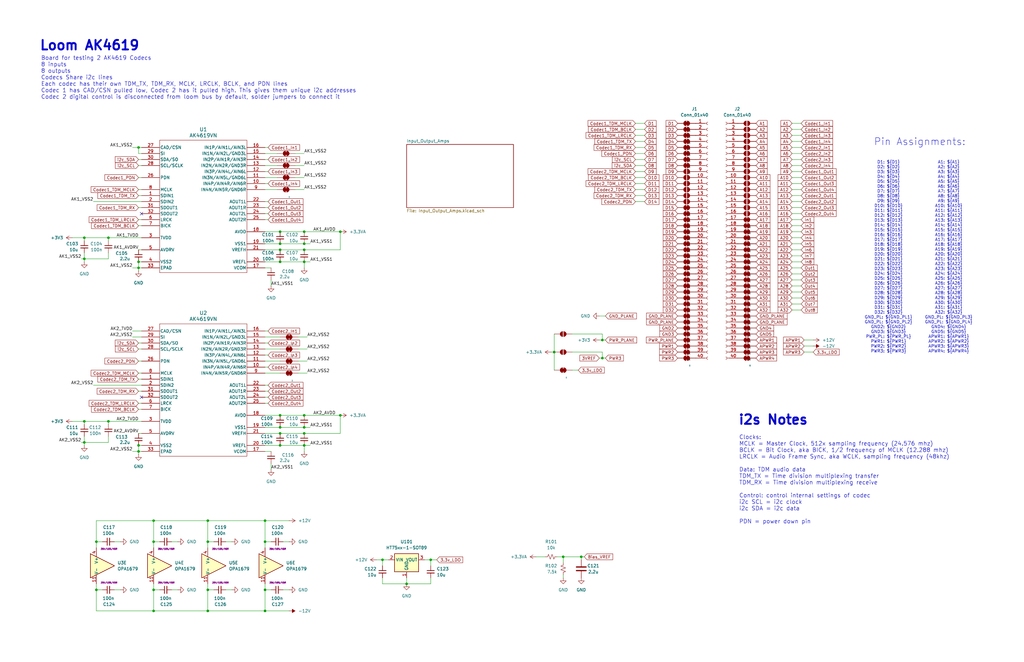
<source format=kicad_sch>
(kicad_sch (version 20231120) (generator "eeschema") (generator_version "8.0")
  (paper "USLedger")
  (title_block (company "Decapod Devices"))
  (junction (at 128.27 97.79))
  (junction (at 35.56 109.22))
  (junction (at 64.77 257.81))
  (junction (at 118.11 102.87))
  (junction (at 35.56 100.33))
  (junction (at 58.42 110.49))
  (junction (at 128.27 105.41))
  (junction (at 143.51 97.79))
  (junction (at 64.77 219.71))
  (junction (at 35.56 177.8))
  (junction (at 171.45 246.38))
  (junction (at 111.76 248.92))
  (junction (at 45.72 177.8))
  (junction (at 254 143.51))
  (junction (at 87.63 228.6))
  (junction (at 128.27 175.26))
  (junction (at 64.77 228.6))
  (junction (at 118.11 175.26))
  (junction (at 35.56 186.69))
  (junction (at 58.42 190.5))
  (junction (at 111.76 257.81))
  (junction (at 58.42 113.03))
  (junction (at 254 151.13))
  (junction (at 45.72 100.33))
  (junction (at 87.63 248.92))
  (junction (at 118.11 110.49))
  (junction (at 128.27 182.88))
  (junction (at 245.11 234.95))
  (junction (at 181.61 236.22))
  (junction (at 87.63 257.81))
  (junction (at 111.76 228.6))
  (junction (at 118.11 97.79))
  (junction (at 233.68 148.59))
  (junction (at 128.27 180.34))
  (junction (at 64.77 248.92))
  (junction (at 118.11 105.41))
  (junction (at 87.63 219.71))
  (junction (at 118.11 187.96))
  (junction (at 128.27 102.87))
  (junction (at 118.11 180.34))
  (junction (at 143.51 175.26))
  (junction (at 40.64 228.6))
  (junction (at 58.42 187.96))
  (junction (at 161.29 236.22))
  (junction (at 40.64 248.92))
  (junction (at 237.49 234.95))
  (junction (at 111.76 219.71))
  (junction (at 128.27 110.49))
  (junction (at 128.27 187.96))
  (junction (at 58.42 62.23))
  (junction (at 118.11 182.88))
  (no_connect (at 59.69 90.17))
  (no_connect (at 59.69 167.64))
  (wire (pts (xy 339.09 148.59) (xy 342.9 148.59)))
  (wire (pts (xy 67.31 228.6) (xy 64.77 228.6)))
  (wire (pts (xy 35.56 184.15) (xy 35.56 186.69)))
  (wire (pts (xy 111.76 228.6) (xy 111.76 231.14)))
  (wire (pts (xy 58.42 172.72) (xy 59.69 172.72)))
  (wire (pts (xy 334.01 100.33) (xy 337.82 100.33)))
  (wire (pts (xy 58.42 62.23) (xy 59.69 62.23)))
  (wire (pts (xy 171.45 246.38) (xy 161.29 246.38)))
  (wire (pts (xy 72.39 248.92) (xy 74.93 248.92)))
  (wire (pts (xy 124.46 74.93) (xy 128.27 74.93)))
  (wire (pts (xy 245.11 236.22) (xy 245.11 234.95)))
  (wire (pts (xy 64.77 219.71) (xy 87.63 219.71)))
  (wire (pts (xy 124.46 80.01) (xy 128.27 80.01)))
  (wire (pts (xy 128.27 182.88) (xy 143.51 182.88)))
  (wire (pts (xy 118.11 187.96) (xy 128.27 187.96)))
  (wire (pts (xy 267.97 52.07) (xy 271.78 52.07)))
  (wire (pts (xy 118.11 102.87) (xy 128.27 102.87)))
  (wire (pts (xy 158.75 236.22) (xy 161.29 236.22)))
  (wire (pts (xy 58.42 113.03) (xy 59.69 113.03)))
  (wire (pts (xy 334.01 110.49) (xy 337.82 110.49)))
  (wire (pts (xy 114.3 195.58) (xy 114.3 198.12)))
  (wire (pts (xy 234.95 234.95) (xy 237.49 234.95)))
  (wire (pts (xy 48.26 248.92) (xy 50.8 248.92)))
  (wire (pts (xy 111.76 64.77) (xy 116.84 64.77)))
  (wire (pts (xy 111.76 175.26) (xy 118.11 175.26)))
  (wire (pts (xy 334.01 67.31) (xy 337.82 67.31)))
  (wire (pts (xy 334.01 105.41) (xy 337.82 105.41)))
  (wire (pts (xy 58.42 82.55) (xy 59.69 82.55)))
  (wire (pts (xy 237.49 234.95) (xy 237.49 237.49)))
  (wire (pts (xy 171.45 243.84) (xy 171.45 246.38)))
  (wire (pts (xy 334.01 95.25) (xy 337.82 95.25)))
  (wire (pts (xy 111.76 62.23) (xy 113.03 62.23)))
  (wire (pts (xy 58.42 105.41) (xy 59.69 105.41)))
  (wire (pts (xy 267.97 62.23) (xy 271.78 62.23)))
  (wire (pts (xy 111.76 85.09) (xy 113.03 85.09)))
  (wire (pts (xy 35.56 101.6) (xy 35.56 100.33)))
  (wire (pts (xy 40.64 228.6) (xy 40.64 219.71)))
  (wire (pts (xy 58.42 74.93) (xy 59.69 74.93)))
  (wire (pts (xy 233.68 140.97) (xy 233.68 148.59)))
  (wire (pts (xy 241.3 140.97) (xy 254 140.97)))
  (wire (pts (xy 334.01 82.55) (xy 337.82 82.55)))
  (wire (pts (xy 35.56 186.69) (xy 35.56 187.96)))
  (wire (pts (xy 58.42 95.25) (xy 59.69 95.25)))
  (wire (pts (xy 58.42 114.3) (xy 58.42 113.03)))
  (wire (pts (xy 64.77 257.81) (xy 87.63 257.81)))
  (wire (pts (xy 119.38 248.92) (xy 121.92 248.92)))
  (wire (pts (xy 58.42 87.63) (xy 59.69 87.63)))
  (wire (pts (xy 252.73 143.51) (xy 254 143.51)))
  (wire (pts (xy 67.31 248.92) (xy 64.77 248.92)))
  (wire (pts (xy 128.27 180.34) (xy 130.81 180.34)))
  (wire (pts (xy 267.97 59.69) (xy 271.78 59.69)))
  (wire (pts (xy 334.01 128.27) (xy 337.82 128.27)))
  (wire (pts (xy 64.77 257.81) (xy 40.64 257.81)))
  (wire (pts (xy 334.01 102.87) (xy 337.82 102.87)))
  (wire (pts (xy 241.3 156.21) (xy 243.84 156.21)))
  (wire (pts (xy 232.41 148.59) (xy 233.68 148.59)))
  (wire (pts (xy 254 140.97) (xy 254 143.51)))
  (wire (pts (xy 111.76 257.81) (xy 87.63 257.81)))
  (wire (pts (xy 58.42 110.49) (xy 59.69 110.49)))
  (wire (pts (xy 334.01 113.03) (xy 337.82 113.03)))
  (wire (pts (xy 130.81 187.96) (xy 128.27 187.96)))
  (wire (pts (xy 58.42 80.01) (xy 59.69 80.01)))
  (wire (pts (xy 45.72 109.22) (xy 45.72 106.68)))
  (wire (pts (xy 267.97 64.77) (xy 271.78 64.77)))
  (wire (pts (xy 58.42 147.32) (xy 59.69 147.32)))
  (wire (pts (xy 339.09 146.05) (xy 342.9 146.05)))
  (wire (pts (xy 45.72 179.07) (xy 45.72 177.8)))
  (wire (pts (xy 334.01 130.81) (xy 337.82 130.81)))
  (wire (pts (xy 45.72 100.33) (xy 59.69 100.33)))
  (wire (pts (xy 111.76 90.17) (xy 113.03 90.17)))
  (wire (pts (xy 58.42 160.02) (xy 59.69 160.02)))
  (wire (pts (xy 111.76 142.24) (xy 118.11 142.24)))
  (wire (pts (xy 39.37 162.56) (xy 59.69 162.56)))
  (wire (pts (xy 35.56 100.33) (xy 45.72 100.33)))
  (wire (pts (xy 143.51 97.79) (xy 143.51 105.41)))
  (wire (pts (xy 254 148.59) (xy 254 151.13)))
  (wire (pts (xy 111.76 77.47) (xy 113.03 77.47)))
  (wire (pts (xy 118.11 110.49) (xy 128.27 110.49)))
  (wire (pts (xy 254 143.51) (xy 255.27 143.51)))
  (wire (pts (xy 181.61 236.22) (xy 184.15 236.22)))
  (wire (pts (xy 118.11 180.34) (xy 128.27 180.34)))
  (wire (pts (xy 181.61 246.38) (xy 181.61 243.84)))
  (wire (pts (xy 111.76 187.96) (xy 118.11 187.96)))
  (wire (pts (xy 95.25 248.92) (xy 97.79 248.92)))
  (wire (pts (xy 55.88 190.5) (xy 58.42 190.5)))
  (wire (pts (xy 48.26 228.6) (xy 50.8 228.6)))
  (wire (pts (xy 334.01 74.93) (xy 337.82 74.93)))
  (wire (pts (xy 87.63 248.92) (xy 87.63 257.81)))
  (wire (pts (xy 125.73 152.4) (xy 129.54 152.4)))
  (wire (pts (xy 111.76 180.34) (xy 118.11 180.34)))
  (wire (pts (xy 55.88 62.23) (xy 58.42 62.23)))
  (wire (pts (xy 58.42 165.1) (xy 59.69 165.1)))
  (wire (pts (xy 111.76 74.93) (xy 116.84 74.93)))
  (wire (pts (xy 111.76 102.87) (xy 118.11 102.87)))
  (wire (pts (xy 125.73 147.32) (xy 129.54 147.32)))
  (wire (pts (xy 334.01 57.15) (xy 337.82 57.15)))
  (wire (pts (xy 111.76 147.32) (xy 118.11 147.32)))
  (wire (pts (xy 58.42 67.31) (xy 59.69 67.31)))
  (wire (pts (xy 95.25 228.6) (xy 97.79 228.6)))
  (wire (pts (xy 267.97 69.85) (xy 271.78 69.85)))
  (wire (pts (xy 34.29 109.22) (xy 35.56 109.22)))
  (wire (pts (xy 114.3 118.11) (xy 114.3 120.65)))
  (wire (pts (xy 118.11 105.41) (xy 128.27 105.41)))
  (wire (pts (xy 35.56 109.22) (xy 45.72 109.22)))
  (wire (pts (xy 334.01 77.47) (xy 337.82 77.47)))
  (wire (pts (xy 58.42 190.5) (xy 59.69 190.5)))
  (wire (pts (xy 111.76 167.64) (xy 113.03 167.64)))
  (wire (pts (xy 58.42 190.5) (xy 58.42 187.96)))
  (wire (pts (xy 111.76 248.92) (xy 111.76 246.38)))
  (wire (pts (xy 334.01 62.23) (xy 337.82 62.23)))
  (wire (pts (xy 64.77 219.71) (xy 64.77 228.6)))
  (wire (pts (xy 161.29 238.76) (xy 161.29 236.22)))
  (wire (pts (xy 143.51 175.26) (xy 143.51 182.88)))
  (wire (pts (xy 90.17 228.6) (xy 87.63 228.6)))
  (wire (pts (xy 111.76 165.1) (xy 113.03 165.1)))
  (wire (pts (xy 118.11 182.88) (xy 128.27 182.88)))
  (wire (pts (xy 111.76 182.88) (xy 118.11 182.88)))
  (wire (pts (xy 58.42 69.85) (xy 59.69 69.85)))
  (wire (pts (xy 111.76 139.7) (xy 113.03 139.7)))
  (wire (pts (xy 35.56 177.8) (xy 45.72 177.8)))
  (wire (pts (xy 252.73 133.35) (xy 255.27 133.35)))
  (wire (pts (xy 111.76 97.79) (xy 118.11 97.79)))
  (wire (pts (xy 252.73 151.13) (xy 254 151.13)))
  (wire (pts (xy 334.01 107.95) (xy 337.82 107.95)))
  (wire (pts (xy 237.49 242.57) (xy 237.49 243.84)))
  (wire (pts (xy 111.76 248.92) (xy 111.76 257.81)))
  (wire (pts (xy 334.01 85.09) (xy 337.82 85.09)))
  (wire (pts (xy 111.76 219.71) (xy 111.76 228.6)))
  (wire (pts (xy 254 151.13) (xy 255.27 151.13)))
  (wire (pts (xy 179.07 236.22) (xy 181.61 236.22)))
  (wire (pts (xy 111.76 69.85) (xy 116.84 69.85)))
  (wire (pts (xy 111.76 149.86) (xy 113.03 149.86)))
  (wire (pts (xy 111.76 110.49) (xy 118.11 110.49)))
  (wire (pts (xy 35.56 186.69) (xy 45.72 186.69)))
  (wire (pts (xy 40.64 219.71) (xy 64.77 219.71)))
  (wire (pts (xy 334.01 64.77) (xy 337.82 64.77)))
  (wire (pts (xy 58.42 64.77) (xy 59.69 64.77)))
  (wire (pts (xy 267.97 67.31) (xy 271.78 67.31)))
  (wire (pts (xy 267.97 85.09) (xy 271.78 85.09)))
  (wire (pts (xy 111.76 190.5) (xy 114.3 190.5)))
  (wire (pts (xy 111.76 219.71) (xy 121.92 219.71)))
  (wire (pts (xy 267.97 54.61) (xy 271.78 54.61)))
  (wire (pts (xy 87.63 228.6) (xy 87.63 231.14)))
  (wire (pts (xy 334.01 118.11) (xy 337.82 118.11)))
  (wire (pts (xy 111.76 113.03) (xy 114.3 113.03)))
  (wire (pts (xy 72.39 228.6) (xy 74.93 228.6)))
  (wire (pts (xy 334.01 59.69) (xy 337.82 59.69)))
  (wire (pts (xy 58.42 191.77) (xy 58.42 190.5)))
  (wire (pts (xy 30.48 177.8) (xy 35.56 177.8)))
  (wire (pts (xy 334.01 115.57) (xy 337.82 115.57)))
  (wire (pts (xy 128.27 105.41) (xy 143.51 105.41)))
  (wire (pts (xy 111.76 87.63) (xy 113.03 87.63)))
  (wire (pts (xy 58.42 92.71) (xy 59.69 92.71)))
  (wire (pts (xy 334.01 125.73) (xy 337.82 125.73)))
  (wire (pts (xy 245.11 234.95) (xy 246.38 234.95)))
  (wire (pts (xy 45.72 186.69) (xy 45.72 184.15)))
  (wire (pts (xy 128.27 102.87) (xy 130.81 102.87)))
  (wire (pts (xy 30.48 100.33) (xy 35.56 100.33)))
  (wire (pts (xy 334.01 97.79) (xy 337.82 97.79)))
  (wire (pts (xy 128.27 110.49) (xy 128.27 113.03)))
  (wire (pts (xy 334.01 54.61) (xy 337.82 54.61)))
  (wire (pts (xy 39.37 85.09) (xy 59.69 85.09)))
  (wire (pts (xy 40.64 248.92) (xy 40.64 246.38)))
  (wire (pts (xy 334.01 92.71) (xy 337.82 92.71)))
  (wire (pts (xy 334.01 123.19) (xy 337.82 123.19)))
  (wire (pts (xy 267.97 57.15) (xy 271.78 57.15)))
  (wire (pts (xy 35.56 109.22) (xy 35.56 110.49)))
  (wire (pts (xy 43.18 228.6) (xy 40.64 228.6)))
  (wire (pts (xy 267.97 82.55) (xy 271.78 82.55)))
  (wire (pts (xy 90.17 248.92) (xy 87.63 248.92)))
  (wire (pts (xy 334.01 87.63) (xy 337.82 87.63)))
  (wire (pts (xy 161.29 246.38) (xy 161.29 243.84)))
  (wire (pts (xy 111.76 162.56) (xy 113.03 162.56)))
  (wire (pts (xy 267.97 77.47) (xy 271.78 77.47)))
  (wire (pts (xy 226.06 234.95) (xy 229.87 234.95)))
  (wire (pts (xy 58.42 182.88) (xy 59.69 182.88)))
  (wire (pts (xy 64.77 248.92) (xy 64.77 246.38)))
  (wire (pts (xy 334.01 72.39) (xy 337.82 72.39)))
  (wire (pts (xy 58.42 152.4) (xy 59.69 152.4)))
  (wire (pts (xy 58.42 170.18) (xy 59.69 170.18)))
  (wire (pts (xy 111.76 80.01) (xy 116.84 80.01)))
  (wire (pts (xy 87.63 248.92) (xy 87.63 246.38)))
  (wire (pts (xy 124.46 69.85) (xy 128.27 69.85)))
  (wire (pts (xy 58.42 187.96) (xy 59.69 187.96)))
  (wire (pts (xy 64.77 248.92) (xy 64.77 257.81)))
  (wire (pts (xy 35.56 106.68) (xy 35.56 109.22)))
  (wire (pts (xy 58.42 113.03) (xy 58.42 110.49)))
  (wire (pts (xy 87.63 219.71) (xy 111.76 219.71)))
  (wire (pts (xy 45.72 101.6) (xy 45.72 100.33)))
  (wire (pts (xy 161.29 236.22) (xy 163.83 236.22)))
  (wire (pts (xy 111.76 170.18) (xy 113.03 170.18)))
  (wire (pts (xy 114.3 248.92) (xy 111.76 248.92)))
  (wire (pts (xy 35.56 179.07) (xy 35.56 177.8)))
  (wire (pts (xy 334.01 69.85) (xy 337.82 69.85)))
  (wire (pts (xy 58.42 144.78) (xy 59.69 144.78)))
  (wire (pts (xy 111.76 72.39) (xy 113.03 72.39)))
  (wire (pts (xy 40.64 248.92) (xy 40.64 257.81)))
  (wire (pts (xy 128.27 187.96) (xy 128.27 190.5)))
  (wire (pts (xy 111.76 67.31) (xy 113.03 67.31)))
  (wire (pts (xy 64.77 228.6) (xy 64.77 231.14)))
  (wire (pts (xy 45.72 177.8) (xy 59.69 177.8)))
  (wire (pts (xy 111.76 157.48) (xy 118.11 157.48)))
  (wire (pts (xy 125.73 142.24) (xy 129.54 142.24)))
  (wire (pts (xy 334.01 52.07) (xy 337.82 52.07)))
  (wire (pts (xy 111.76 144.78) (xy 113.03 144.78)))
  (wire (pts (xy 334.01 90.17) (xy 337.82 90.17)))
  (wire (pts (xy 237.49 234.95) (xy 245.11 234.95)))
  (wire (pts (xy 267.97 72.39) (xy 271.78 72.39)))
  (wire (pts (xy 118.11 97.79) (xy 128.27 97.79)))
  (wire (pts (xy 233.68 148.59) (xy 233.68 156.21)))
  (wire (pts (xy 58.42 62.23) (xy 58.42 64.77)))
  (wire (pts (xy 55.88 139.7) (xy 59.69 139.7)))
  (wire (pts (xy 114.3 228.6) (xy 111.76 228.6)))
  (wire (pts (xy 334.01 120.65) (xy 337.82 120.65)))
  (wire (pts (xy 267.97 74.93) (xy 271.78 74.93)))
  (wire (pts (xy 181.61 236.22) (xy 181.61 238.76)))
  (wire (pts (xy 125.73 157.48) (xy 129.54 157.48)))
  (wire (pts (xy 55.88 142.24) (xy 59.69 142.24)))
  (wire (pts (xy 111.76 154.94) (xy 113.03 154.94)))
  (wire (pts (xy 128.27 97.79) (xy 143.51 97.79)))
  (wire (pts (xy 171.45 246.38) (xy 181.61 246.38)))
  (wire (pts (xy 254 148.59) (xy 241.3 148.59)))
  (wire (pts (xy 267.97 80.01) (xy 271.78 80.01)))
  (wire (pts (xy 34.29 186.69) (xy 35.56 186.69)))
  (wire (pts (xy 111.76 92.71) (xy 113.03 92.71)))
  (wire (pts (xy 339.09 143.51) (xy 342.9 143.51)))
  (wire (pts (xy 128.27 175.26) (xy 143.51 175.26)))
  (wire (pts (xy 121.92 257.81) (xy 111.76 257.81)))
  (wire (pts (xy 119.38 228.6) (xy 121.92 228.6)))
  (wire (pts (xy 111.76 152.4) (xy 118.11 152.4)))
  (wire (pts (xy 124.46 64.77) (xy 128.27 64.77)))
  (wire (pts (xy 58.42 157.48) (xy 59.69 157.48)))
  (wire (pts (xy 55.88 113.03) (xy 58.42 113.03)))
  (wire (pts (xy 40.64 228.6) (xy 40.64 231.14)))
  (wire (pts (xy 111.76 105.41) (xy 118.11 105.41)))
  (wire (pts (xy 87.63 219.71) (xy 87.63 228.6)))
  (wire (pts (xy 118.11 175.26) (xy 128.27 175.26)))
  (wire (pts (xy 130.81 110.49) (xy 128.27 110.49)))
  (wire (pts (xy 334.01 80.01) (xy 337.82 80.01)))
  (wire (pts (xy 43.18 248.92) (xy 40.64 248.92)))
  (text "Pin Assignments:" (at 387.858 61.722 0) (effects (font (size 3 3)) (justify bottom)))
  (text "A1: ${A1}\nA2: ${A2}\nA3: ${A3}\nA4: ${A4}\nA5: ${A5}\nA6: ${A6}\nA7: ${A7}\nA8: ${A8}\nA9: ${A9}\nA10: ${A10}\nA11: ${A11}\nA12: ${A12}\nA13: ${A13}\nA14: ${A14}\nA15: ${A15}\nA16: ${A16}\nA17: ${A17}\nA18: ${A18}\nA19: ${A19}\nA20: ${A20}\nA21: ${A21}\nA22: ${A22}\nA23: ${A23}\nA24: ${A24}\nA25: ${A25}\nA26: ${A26}\nA27: ${A27}\nA28: ${A28}\nA29: ${A29}\nA30: ${A30}\nA31: ${A31}\nA32: ${A32}\nGND_PL: ${GND_PL3}\nGND_PL: ${GND_PL4}\nGND4: ${GND4}\nGND5: ${GND5}\nAPWR1: ${APWR1}\nAPWR2: ${APWR2}\nAPWR3: ${APWR3}\nAPWR4: ${APWR4}" (at 400.05 108.458 0) (effects (font (size 1.27 1.27))))
  (text "Clocks:\nMCLK = Master Clock, 512x sampling frequency (24.576 mhz)\nBCLK = Bit Clock, aka BICK, 1/2 frequency of MCLK (12.288 mhz)\nLRCLK = Audio Frame Sync, aka WCLK, sampling frequency (48khz)\n\nData: TDM audio data\nTDM_TX = Time division multiplexing transfer\nTDM_RX = Time division multiplexing receive\n\nControl: control internal settings of codec\ni2c SCL = i2c clock\ni2c SDA = i2c data\n\nPDN = power down pin" (at 311.658 183.642 0) (effects (font (size 1.7 1.7)) (justify left top)))
  (text "Loom AK4619" (at 16.51 19.304 0) (effects (font (size 4 4) (thickness 0.8) (bold yes)) (justify left)))
  (text "i2s Notes" (at 311.15 177.292 0) (effects (font (size 4 4) (thickness 0.8) (bold yes)) (justify left)))
  (text "Board for testing 2 AK4619 Codecs\n8 inputs\n8 outputs\nCodecs Share i2c lines\nEach codec has their own TDM_TX, TDM_RX, MCLK, LRCLK, BCLK, and PDN lines\nCodec 1 has CAD/CSN pulled low, Codec 2 has it pulled high. This gives them unique i2c addresses\nCodec 2 digital control is disconnected from loom bus by default, solder jumpers to connect it" (at 17.272 23.622 0) (effects (font (size 1.7 1.7)) (justify left top)))
  (text "D1: ${D1}\nD2: ${D2}\nD3: ${D3}\nD4: ${D4}\nD5: ${D5}\nD6: ${D6}\nD7: ${D7}\nD8: ${D8}\nD9: ${D9}\nD10: ${D10}\nD11: ${D11}\nD12: ${D12}\nD13: ${D13}\nD14: ${D14}\nD15: ${D15}\nD16: ${D16}\nD17: ${D17}\nD18: ${D18}\nD19: ${D19}\nD20: ${D20}\nD21: ${D21}\nD22: ${D22}\nD23: ${D23}\nD24: ${D24}\nD25: ${D25}\nD26: ${D26}\nD27: ${D27}\nD28: ${D28}\nD29: ${D29}\nD30: ${D30}\nD31: ${D31}\nD32: ${D32}\nGND_PL: ${GND_PL1}\nGND_PL: ${GND_PL2}\nGND2: ${GND2}\nGND3: ${GND3}\nPWR_PL: ${PWR_PL}\nPWR1: ${PWR1}\nPWR2: ${PWR2}\nPWR3: ${PWR3}" (at 374.65 108.458 0) (effects (font (size 1.27 1.27))))
  (text "Compatibility:" (at -8.89 22.606 0) (effects (font (size 4 4) (thickness 0.8) (bold yes)) (justify right)))
  (text "RP2040 MCU\nRP2350 MCU\nBathymeter Interface V2" (at -30.48 31.496 0) (effects (font (size 2 2)) (justify top)))
  (label "AK1_VSS2" (at 128.27 64.77 0))
  (label "AK2_VSS2" (at 129.54 147.32 0))
  (label "AK1_VSS2" (at 34.29 109.22 180))
  (label "AK2_TVDD" (at 55.88 139.7 180))
  (label "AK2_VSS2" (at 129.54 152.4 0))
  (label "AK1_VSS2" (at 128.27 69.85 0))
  (label "AK1_TVDD" (at 58.42 100.33 180))
  (label "AK2_VSS2" (at 39.37 162.56 180))
  (label "AK1_AVDRV" (at 58.42 105.41 180))
  (label "AK1_VSS1" (at 130.81 102.87 0))
  (label "AK2_VSS1" (at 130.81 180.34 0))
  (label "AK2_VSS2" (at 55.88 142.24 180))
  (label "AK2_VSS1" (at 130.81 187.96 0))
  (label "AK1_VSS2" (at 55.88 113.03 180))
  (label "AK2_VSS2" (at 129.54 142.24 0))
  (label "AK2_VSS1" (at 114.3 198.12 0))
  (label "AK1_VSS1" (at 130.81 110.49 0))
  (label "AK2_AVDRV" (at 58.42 182.88 180))
  (label "AK1_VSS2" (at 39.37 85.09 180))
  (label "AK2_VSS2" (at 34.29 186.69 180))
  (label "AK1_VSS2" (at 128.27 80.01 0))
  (label "AK2_AVDD" (at 132.08 175.26 0))
  (label "AK1_VSS2" (at 55.88 62.23 180))
  (label "AK2_VSS2" (at 129.54 157.48 0))
  (label "AK1_VSS2" (at 128.27 74.93 0))
  (label "AK1_VSS1" (at 114.3 120.65 0))
  (label "AK2_VSS2" (at 55.88 190.5 180))
  (label "AK1_AVDD" (at 132.08 97.79 0))
  (label "AK2_TVDD" (at 58.42 177.8 180))
  (global_label "Codec2_In4" (shape input) (at 337.82 69.85 0) (property "Intersheetrefs" "${INTERSHEET_REFS}" (effects (hide yes))))
  (global_label "APWR3" (shape input) (at 318.77 148.59 0) (property "Intersheetrefs" "${INTERSHEET_REFS}" (effects (hide yes))))
  (global_label "A13" (shape input) (at 334.01 82.55 180) (property "Intersheetrefs" "${INTERSHEET_REFS}" (effects (hide yes))))
  (global_label "D20" (shape input) (at 285.75 100.33 180) (property "Intersheetrefs" "${INTERSHEET_REFS}" (effects (hide yes))))
  (global_label "D6" (shape input) (at 285.75 64.77 180) (property "Intersheetrefs" "${INTERSHEET_REFS}" (effects (hide yes))))
  (global_label "A5" (shape input) (at 334.01 62.23 180) (property "Intersheetrefs" "${INTERSHEET_REFS}" (effects (hide yes))))
  (global_label "Codec2_TDM_LRCLK" (shape input) (at 267.97 77.47 180) (property "Intersheetrefs" "${INTERSHEET_REFS}" (effects (hide yes))))
  (global_label "Codec1_In1" (shape input) (at 337.82 52.07 0) (property "Intersheetrefs" "${INTERSHEET_REFS}" (effects (hide yes))))
  (global_label "A11" (shape input) (at 318.77 77.47 0) (property "Intersheetrefs" "${INTERSHEET_REFS}" (effects (hide yes))))
  (global_label "A7" (shape input) (at 334.01 67.31 180) (property "Intersheetrefs" "${INTERSHEET_REFS}" (effects (hide yes))))
  (global_label "GND_PLANE" (shape input) (at 285.75 133.35 180) (property "Intersheetrefs" "${INTERSHEET_REFS}" (effects (hide yes))))
  (global_label "APWR2" (shape input) (at 318.77 146.05 0) (property "Intersheetrefs" "${INTERSHEET_REFS}" (effects (hide yes))))
  (global_label "A17" (shape input) (at 334.01 92.71 180) (property "Intersheetrefs" "${INTERSHEET_REFS}" (effects (hide yes))))
  (global_label "Codec1_TDM_MCLK" (shape input) (at 267.97 52.07 180) (property "Intersheetrefs" "${INTERSHEET_REFS}" (effects (hide yes))))
  (global_label "A31" (shape input) (at 334.01 128.27 180) (property "Intersheetrefs" "${INTERSHEET_REFS}" (effects (hide yes))))
  (global_label "Codec1_TDM_MCLK" (shape input) (at 58.42 80.01 180) (property "Intersheetrefs" "${INTERSHEET_REFS}" (effects (hide yes))))
  (global_label "D30" (shape input) (at 285.75 125.73 180) (property "Intersheetrefs" "${INTERSHEET_REFS}" (effects (hide yes))))
  (global_label "A12" (shape input) (at 318.77 80.01 0) (property "Intersheetrefs" "${INTERSHEET_REFS}" (effects (hide yes))))
  (global_label "PWR_PLANE" (shape input) (at 285.75 143.51 180) (property "Intersheetrefs" "${INTERSHEET_REFS}" (effects (hide yes))))
  (global_label "Codec1_In3" (shape input) (at 337.82 57.15 0) (property "Intersheetrefs" "${INTERSHEET_REFS}" (effects (hide yes))))
  (global_label "PWR3" (shape input) (at 285.75 151.13 180) (property "Intersheetrefs" "${INTERSHEET_REFS}" (effects (hide yes))))
  (global_label "PWR3" (shape input) (at 255.27 151.13 0) (property "Intersheetrefs" "${INTERSHEET_REFS}" (effects (hide yes))))
  (global_label "D1" (shape input) (at 285.75 52.07 180) (property "Intersheetrefs" "${INTERSHEET_REFS}" (effects (hide yes))))
  (global_label "Out3" (shape input) (at 337.82 118.11 0) (property "Intersheetrefs" "${INTERSHEET_REFS}" (effects (hide yes))))
  (global_label "Codec1_PDN" (shape input) (at 58.42 74.93 180) (property "Intersheetrefs" "${INTERSHEET_REFS}" (effects (hide yes))))
  (global_label "Codec1_In2" (shape input) (at 113.03 67.31 0) (property "Intersheetrefs" "${INTERSHEET_REFS}" (effects (hide yes))))
  (global_label "D14" (shape input) (at 271.78 85.09 0) (property "Intersheetrefs" "${INTERSHEET_REFS}" (effects (hide yes))))
  (global_label "A15" (shape input) (at 318.77 87.63 0) (property "Intersheetrefs" "${INTERSHEET_REFS}" (effects (hide yes))))
  (global_label "In7" (shape input) (at 337.82 107.95 0) (property "Intersheetrefs" "${INTERSHEET_REFS}" (effects (hide yes))))
  (global_label "APWR2" (shape input) (at 339.09 146.05 180) (property "Intersheetrefs" "${INTERSHEET_REFS}" (effects (hide yes))))
  (global_label "Codec2_In1" (shape input) (at 113.03 139.7 0) (property "Intersheetrefs" "${INTERSHEET_REFS}" (effects (hide yes))))
  (global_label "GND_PLANE" (shape input) (at 255.27 133.35 0) (property "Intersheetrefs" "${INTERSHEET_REFS}" (effects (hide yes))))
  (global_label "D14" (shape input) (at 285.75 85.09 180) (property "Intersheetrefs" "${INTERSHEET_REFS}" (effects (hide yes))))
  (global_label "A25" (shape input) (at 334.01 113.03 180) (property "Intersheetrefs" "${INTERSHEET_REFS}" (effects (hide yes))))
  (global_label "Out1" (shape input) (at 337.82 113.03 0) (property "Intersheetrefs" "${INTERSHEET_REFS}" (effects (hide yes))))
  (global_label "D12" (shape input) (at 271.78 80.01 0) (property "Intersheetrefs" "${INTERSHEET_REFS}" (effects (hide yes))))
  (global_label "GND_PLANE" (shape input) (at 318.77 133.35 0) (property "Intersheetrefs" "${INTERSHEET_REFS}" (effects (hide yes))))
  (global_label "Codec2_In4" (shape input) (at 113.03 154.94 0) (property "Intersheetrefs" "${INTERSHEET_REFS}" (effects (hide yes))))
  (global_label "D28" (shape input) (at 285.75 120.65 180) (property "Intersheetrefs" "${INTERSHEET_REFS}" (effects (hide yes))))
  (global_label "D16" (shape input) (at 285.75 90.17 180) (property "Intersheetrefs" "${INTERSHEET_REFS}" (effects (hide yes))))
  (global_label "D3" (shape input) (at 271.78 57.15 0) (property "Intersheetrefs" "${INTERSHEET_REFS}" (effects (hide yes))))
  (global_label "3.3v_LDO" (shape input) (at 184.15 236.22 0) (property "Intersheetrefs" "${INTERSHEET_REFS}" (effects (hide yes))))
  (global_label "D24" (shape input) (at 285.75 110.49 180) (property "Intersheetrefs" "${INTERSHEET_REFS}" (effects (hide yes))))
  (global_label "A9" (shape input) (at 334.01 72.39 180) (property "Intersheetrefs" "${INTERSHEET_REFS}" (effects (hide yes))))
  (global_label "Codec1_In3" (shape input) (at 113.03 72.39 0) (property "Intersheetrefs" "${INTERSHEET_REFS}" (effects (hide yes))))
  (global_label "D13" (shape input) (at 271.78 82.55 0) (property "Intersheetrefs" "${INTERSHEET_REFS}" (effects (hide yes))))
  (global_label "A16" (shape input) (at 334.01 90.17 180) (property "Intersheetrefs" "${INTERSHEET_REFS}" (effects (hide yes))))
  (global_label "A14" (shape input) (at 318.77 85.09 0) (property "Intersheetrefs" "${INTERSHEET_REFS}" (effects (hide yes))))
  (global_label "D15" (shape input) (at 285.75 87.63 180) (property "Intersheetrefs" "${INTERSHEET_REFS}" (effects (hide yes))))
  (global_label "D25" (shape input) (at 285.75 113.03 180) (property "Intersheetrefs" "${INTERSHEET_REFS}" (effects (hide yes))))
  (global_label "PWR2" (shape input) (at 285.75 148.59 180) (property "Intersheetrefs" "${INTERSHEET_REFS}" (effects (hide yes))))
  (global_label "Codec2_TDM_TX" (shape input) (at 267.97 80.01 180) (property "Intersheetrefs" "${INTERSHEET_REFS}" (effects (hide yes))))
  (global_label "Codec1_TDM_TX" (shape input) (at 267.97 59.69 180) (property "Intersheetrefs" "${INTERSHEET_REFS}" (effects (hide yes))))
  (global_label "i2c_SCL" (shape input) (at 58.42 147.32 180) (property "Intersheetrefs" "${INTERSHEET_REFS}" (effects (hide yes))))
  (global_label "A8" (shape input) (at 318.77 69.85 0) (property "Intersheetrefs" "${INTERSHEET_REFS}" (effects (hide yes))))
  (global_label "3.3v_LDO" (shape input) (at 243.84 156.21 0) (property "Intersheetrefs" "${INTERSHEET_REFS}" (effects (hide yes))))
  (global_label "A5" (shape input) (at 318.77 62.23 0) (property "Intersheetrefs" "${INTERSHEET_REFS}" (effects (hide yes))))
  (global_label "D17" (shape input) (at 285.75 92.71 180) (property "Intersheetrefs" "${INTERSHEET_REFS}" (effects (hide yes))))
  (global_label "Codec1_TDM_BCLK" (shape input) (at 58.42 95.25 180) (property "Intersheetrefs" "${INTERSHEET_REFS}" (effects (hide yes))))
  (global_label "D5" (shape input) (at 271.78 62.23 0) (property "Intersheetrefs" "${INTERSHEET_REFS}" (effects (hide yes))))
  (global_label "Codec2_Out4" (shape input) (at 337.82 90.17 0) (property "Intersheetrefs" "${INTERSHEET_REFS}" (effects (hide yes))))
  (global_label "A9" (shape input) (at 318.77 72.39 0) (property "Intersheetrefs" "${INTERSHEET_REFS}" (effects (hide yes))))
  (global_label "Codec2_In1" (shape input) (at 337.82 62.23 0) (property "Intersheetrefs" "${INTERSHEET_REFS}" (effects (hide yes))))
  (global_label "i2c_SCL" (shape input) (at 58.42 69.85 180) (property "Intersheetrefs" "${INTERSHEET_REFS}" (effects (hide yes))))
  (global_label "A3" (shape input) (at 334.01 57.15 180) (property "Intersheetrefs" "${INTERSHEET_REFS}" (effects (hide yes))))
  (global_label "D9" (shape input) (at 271.78 72.39 0) (property "Intersheetrefs" "${INTERSHEET_REFS}" (effects (hide yes))))
  (global_label "Codec2_Out3" (shape input) (at 337.82 87.63 0) (property "Intersheetrefs" "${INTERSHEET_REFS}" (effects (hide yes))))
  (global_label "Codec2_In2" (shape input) (at 337.82 64.77 0) (property "Intersheetrefs" "${INTERSHEET_REFS}" (effects (hide yes))))
  (global_label "Codec1_Out2" (shape input) (at 113.03 87.63 0) (property "Intersheetrefs" "${INTERSHEET_REFS}" (effects (hide yes))))
  (global_label "Codec2_Out2" (shape input) (at 113.03 165.1 0) (property "Intersheetrefs" "${INTERSHEET_REFS}" (effects (hide yes))))
  (global_label "D8" (shape input) (at 285.75 69.85 180) (property "Intersheetrefs" "${INTERSHEET_REFS}" (effects (hide yes))))
  (global_label "Codec1_Out4" (shape input) (at 113.03 92.71 0) (property "Intersheetrefs" "${INTERSHEET_REFS}" (effects (hide yes))))
  (global_label "A32" (shape input) (at 318.77 130.81 0) (property "Intersheetrefs" "${INTERSHEET_REFS}" (effects (hide yes))))
  (global_label "In3" (shape input) (at 337.82 97.79 0) (property "Intersheetrefs" "${INTERSHEET_REFS}" (effects (hide yes))))
  (global_label "D4" (shape input) (at 271.78 59.69 0) (property "Intersheetrefs" "${INTERSHEET_REFS}" (effects (hide yes))))
  (global_label "In6" (shape input) (at 337.82 105.41 0) (property "Intersheetrefs" "${INTERSHEET_REFS}" (effects (hide yes))))
  (global_label "A14" (shape input) (at 334.01 85.09 180) (property "Intersheetrefs" "${INTERSHEET_REFS}" (effects (hide yes))))
  (global_label "D27" (shape input) (at 285.75 118.11 180) (property "Intersheetrefs" "${INTERSHEET_REFS}" (effects (hide yes))))
  (global_label "A15" (shape input) (at 334.01 87.63 180) (property "Intersheetrefs" "${INTERSHEET_REFS}" (effects (hide yes))))
  (global_label "A1" (shape input) (at 318.77 52.07 0) (property "Intersheetrefs" "${INTERSHEET_REFS}" (effects (hide yes))))
  (global_label "Codec1_PDN" (shape input) (at 267.97 64.77 180) (property "Intersheetrefs" "${INTERSHEET_REFS}" (effects (hide yes))))
  (global_label "Codec2_In3" (shape input) (at 113.03 149.86 0) (property "Intersheetrefs" "${INTERSHEET_REFS}" (effects (hide yes))))
  (global_label "Codec1_TDM_BCLK" (shape input) (at 267.97 54.61 180) (property "Intersheetrefs" "${INTERSHEET_REFS}" (effects (hide yes))))
  (global_label "Codec2_In2" (shape input) (at 113.03 144.78 0) (property "Intersheetrefs" "${INTERSHEET_REFS}" (effects (hide yes))))
  (global_label "D9" (shape input) (at 285.75 72.39 180) (property "Intersheetrefs" "${INTERSHEET_REFS}" (effects (hide yes))))
  (global_label "A7" (shape input) (at 318.77 67.31 0) (property "Intersheetrefs" "${INTERSHEET_REFS}" (effects (hide yes))))
  (global_label "Codec2_Out3" (shape input) (at 113.03 167.64 0) (property "Intersheetrefs" "${INTERSHEET_REFS}" (effects (hide yes))))
  (global_label "GND5" (shape input) (at 318.77 140.97 0) (property "Intersheetrefs" "${INTERSHEET_REFS}" (effects (hide yes))))
  (global_label "APWR1" (shape input) (at 318.77 143.51 0) (property "Intersheetrefs" "${INTERSHEET_REFS}" (effects (hide yes))))
  (global_label "Codec2_TDM_MCLK" (shape input) (at 267.97 72.39 180) (property "Intersheetrefs" "${INTERSHEET_REFS}" (effects (hide yes))))
  (global_label "A25" (shape input) (at 318.77 113.03 0) (property "Intersheetrefs" "${INTERSHEET_REFS}" (effects (hide yes))))
  (global_label "Codec1_TDM_LRCLK" (shape input) (at 58.42 92.71 180) (property "Intersheetrefs" "${INTERSHEET_REFS}" (effects (hide yes))))
  (global_label "In2" (shape input) (at 337.82 95.25 0) (property "Intersheetrefs" "${INTERSHEET_REFS}" (effects (hide yes))))
  (global_label "A30" (shape input) (at 334.01 125.73 180) (property "Intersheetrefs" "${INTERSHEET_REFS}" (effects (hide yes))))
  (global_label "APWR1" (shape input) (at 339.09 143.51 180) (property "Intersheetrefs" "${INTERSHEET_REFS}" (effects (hide yes))))
  (global_label "D22" (shape input) (at 285.75 105.41 180) (property "Intersheetrefs" "${INTERSHEET_REFS}" (effects (hide yes))))
  (global_label "Codec2_TDM_BCLK" (shape input) (at 267.97 74.93 180) (property "Intersheetrefs" "${INTERSHEET_REFS}" (effects (hide yes))))
  (global_label "A21" (shape input) (at 318.77 102.87 0) (property "Intersheetrefs" "${INTERSHEET_REFS}" (effects (hide yes))))
  (global_label "D6" (shape input) (at 271.78 64.77 0) (property "Intersheetrefs" "${INTERSHEET_REFS}" (effects (hide yes))))
  (global_label "D13" (shape input) (at 285.75 82.55 180) (property "Intersheetrefs" "${INTERSHEET_REFS}" (effects (hide yes))))
  (global_label "In4" (shape input) (at 337.82 100.33 0) (property "Intersheetrefs" "${INTERSHEET_REFS}" (effects (hide yes))))
  (global_label "Codec2_PDN" (shape input) (at 58.42 152.4 180) (property "Intersheetrefs" "${INTERSHEET_REFS}" (effects (hide yes))))
  (global_label "A31" (shape input) (at 318.77 128.27 0) (property "Intersheetrefs" "${INTERSHEET_REFS}" (effects (hide yes))))
  (global_label "A20" (shape input) (at 318.77 100.33 0) (property "Intersheetrefs" "${INTERSHEET_REFS}" (effects (hide yes))))
  (global_label "Out7" (shape input) (at 337.82 128.27 0) (property "Intersheetrefs" "${INTERSHEET_REFS}" (effects (hide yes))))
  (global_label "Codec2_PDN" (shape input) (at 267.97 85.09 180) (property "Intersheetrefs" "${INTERSHEET_REFS}" (effects (hide yes))))
  (global_label "D2" (shape input) (at 285.75 54.61 180) (property "Intersheetrefs" "${INTERSHEET_REFS}" (effects (hide yes))))
  (global_label "GND_PLANE" (shape input) (at 285.75 135.89 180) (property "Intersheetrefs" "${INTERSHEET_REFS}" (effects (hide yes))))
  (global_label "A19" (shape input) (at 318.77 97.79 0) (property "Intersheetrefs" "${INTERSHEET_REFS}" (effects (hide yes))))
  (global_label "D5" (shape input) (at 285.75 62.23 180) (property "Intersheetrefs" "${INTERSHEET_REFS}" (effects (hide yes))))
  (global_label "A8" (shape input) (at 334.01 69.85 180) (property "Intersheetrefs" "${INTERSHEET_REFS}" (effects (hide yes))))
  (global_label "GND4" (shape input) (at 318.77 138.43 0) (property "Intersheetrefs" "${INTERSHEET_REFS}" (effects (hide yes))))
  (global_label "A19" (shape input) (at 334.01 97.79 180) (property "Intersheetrefs" "${INTERSHEET_REFS}" (effects (hide yes))))
  (global_label "D1" (shape input) (at 271.78 52.07 0) (property "Intersheetrefs" "${INTERSHEET_REFS}" (effects (hide yes))))
  (global_label "Out6" (shape input) (at 337.82 125.73 0) (property "Intersheetrefs" "${INTERSHEET_REFS}" (effects (hide yes))))
  (global_label "Codec1_In1" (shape input) (at 113.03 62.23 0) (property "Intersheetrefs" "${INTERSHEET_REFS}" (effects (hide yes))))
  (global_label "PWR1" (shape input) (at 285.75 146.05 180) (property "Intersheetrefs" "${INTERSHEET_REFS}" (effects (hide yes))))
  (global_label "D21" (shape input) (at 285.75 102.87 180) (property "Intersheetrefs" "${INTERSHEET_REFS}" (effects (hide yes))))
  (global_label "PWR_PLANE" (shape input) (at 255.27 143.51 0) (property "Intersheetrefs" "${INTERSHEET_REFS}" (effects (hide yes))))
  (global_label "A6" (shape input) (at 334.01 64.77 180) (property "Intersheetrefs" "${INTERSHEET_REFS}" (effects (hide yes))))
  (global_label "Codec1_In2" (shape input) (at 337.82 54.61 0) (property "Intersheetrefs" "${INTERSHEET_REFS}" (effects (hide yes))))
  (global_label "A23" (shape input) (at 318.77 107.95 0) (property "Intersheetrefs" "${INTERSHEET_REFS}" (effects (hide yes))))
  (global_label "A22" (shape input) (at 334.01 105.41 180) (property "Intersheetrefs" "${INTERSHEET_REFS}" (effects (hide yes))))
  (global_label "A28" (shape input) (at 334.01 120.65 180) (property "Intersheetrefs" "${INTERSHEET_REFS}" (effects (hide yes))))
  (global_label "GND_PLANE" (shape input) (at 318.77 135.89 0) (property "Intersheetrefs" "${INTERSHEET_REFS}" (effects (hide yes))))
  (global_label "A29" (shape input) (at 334.01 123.19 180) (property "Intersheetrefs" "${INTERSHEET_REFS}" (effects (hide yes))))
  (global_label "A21" (shape input) (at 334.01 102.87 180) (property "Intersheetrefs" "${INTERSHEET_REFS}" (effects (hide yes))))
  (global_label "Codec2_TDM_TX" (shape input) (at 58.42 160.02 180) (property "Intersheetrefs" "${INTERSHEET_REFS}" (effects (hide yes))))
  (global_label "A32" (shape input) (at 334.01 130.81 180) (property "Intersheetrefs" "${INTERSHEET_REFS}" (effects (hide yes))))
  (global_label "A1" (shape input) (at 334.01 52.07 180) (property "Intersheetrefs" "${INTERSHEET_REFS}" (effects (hide yes))))
  (global_label "Codec2_Out2" (shape input) (at 337.82 85.09 0) (property "Intersheetrefs" "${INTERSHEET_REFS}" (effects (hide yes))))
  (global_label "Codec1_TDM_TX" (shape input) (at 58.42 82.55 180) (property "Intersheetrefs" "${INTERSHEET_REFS}" (effects (hide yes))))
  (global_label "Codec1_In4" (shape input) (at 113.03 77.47 0) (property "Intersheetrefs" "${INTERSHEET_REFS}" (effects (hide yes))))
  (global_label "Codec1_TDM_RX" (shape input) (at 267.97 62.23 180) (property "Intersheetrefs" "${INTERSHEET_REFS}" (effects (hide yes))))
  (global_label "Codec1_TDM_RX" (shape input) (at 58.42 87.63 180) (property "Intersheetrefs" "${INTERSHEET_REFS}" (effects (hide yes))))
  (global_label "A13" (shape input) (at 318.77 82.55 0) (property "Intersheetrefs" "${INTERSHEET_REFS}" (effects (hide yes))))
  (global_label "A12" (shape input) (at 334.01 80.01 180) (property "Intersheetrefs" "${INTERSHEET_REFS}" (effects (hide yes))))
  (global_label "A29" (shape input) (at 318.77 123.19 0) (property "Intersheetrefs" "${INTERSHEET_REFS}" (effects (hide yes))))
  (global_label "3.3v_LDO" (shape input) (at 342.9 148.59 0) (property "Intersheetrefs" "${INTERSHEET_REFS}" (effects (hide yes))))
  (global_label "D19" (shape input) (at 285.75 97.79 180) (property "Intersheetrefs" "${INTERSHEET_REFS}" (effects (hide yes))))
  (global_label "Codec1_Out1" (shape input) (at 337.82 72.39 0) (property "Intersheetrefs" "${INTERSHEET_REFS}" (effects (hide yes))))
  (global_label "In1" (shape input) (at 337.82 92.71 0) (property "Intersheetrefs" "${INTERSHEET_REFS}" (effects (hide yes))))
  (global_label "D10" (shape input) (at 271.78 74.93 0) (property "Intersheetrefs" "${INTERSHEET_REFS}" (effects (hide yes))))
  (global_label "In8" (shape input) (at 337.82 110.49 0) (property "Intersheetrefs" "${INTERSHEET_REFS}" (effects (hide yes))))
  (global_label "A28" (shape input) (at 318.77 120.65 0) (property "Intersheetrefs" "${INTERSHEET_REFS}" (effects (hide yes))))
  (global_label "A27" (shape input) (at 334.01 118.11 180) (property "Intersheetrefs" "${INTERSHEET_REFS}" (effects (hide yes))))
  (global_label "A24" (shape input) (at 318.77 110.49 0) (property "Intersheetrefs" "${INTERSHEET_REFS}" (effects (hide yes))))
  (global_label "A10" (shape input) (at 334.01 74.93 180) (property "Intersheetrefs" "${INTERSHEET_REFS}" (effects (hide yes))))
  (global_label "D12" (shape input) (at 285.75 80.01 180) (property "Intersheetrefs" "${INTERSHEET_REFS}" (effects (hide yes))))
  (global_label "A6" (shape input) (at 318.77 64.77 0) (property "Intersheetrefs" "${INTERSHEET_REFS}" (effects (hide yes))))
  (global_label "APWR3" (shape input) (at 339.09 148.59 180) (property "Intersheetrefs" "${INTERSHEET_REFS}" (effects (hide yes))))
  (global_label "Codec1_Out3" (shape input) (at 113.03 90.17 0) (property "Intersheetrefs" "${INTERSHEET_REFS}" (effects (hide yes))))
  (global_label "Codec1_Out1" (shape input) (at 113.03 85.09 0) (property "Intersheetrefs" "${INTERSHEET_REFS}" (effects (hide yes))))
  (global_label "A18" (shape input) (at 318.77 95.25 0) (property "Intersheetrefs" "${INTERSHEET_REFS}" (effects (hide yes))))
  (global_label "A2" (shape input) (at 334.01 54.61 180) (property "Intersheetrefs" "${INTERSHEET_REFS}" (effects (hide yes))))
  (global_label "D10" (shape input) (at 285.75 74.93 180) (property "Intersheetrefs" "${INTERSHEET_REFS}" (effects (hide yes))))
  (global_label "D26" (shape input) (at 285.75 115.57 180) (property "Intersheetrefs" "${INTERSHEET_REFS}" (effects (hide yes))))
  (global_label "D23" (shape input) (at 285.75 107.95 180) (property "Intersheetrefs" "${INTERSHEET_REFS}" (effects (hide yes))))
  (global_label "A4" (shape input) (at 318.77 59.69 0) (property "Intersheetrefs" "${INTERSHEET_REFS}" (effects (hide yes))))
  (global_label "A2" (shape input) (at 318.77 54.61 0) (property "Intersheetrefs" "${INTERSHEET_REFS}" (effects (hide yes))))
  (global_label "A16" (shape input) (at 318.77 90.17 0) (property "Intersheetrefs" "${INTERSHEET_REFS}" (effects (hide yes))))
  (global_label "A26" (shape input) (at 334.01 115.57 180) (property "Intersheetrefs" "${INTERSHEET_REFS}" (effects (hide yes))))
  (global_label "D2" (shape input) (at 271.78 54.61 0) (property "Intersheetrefs" "${INTERSHEET_REFS}" (effects (hide yes))))
  (global_label "Codec2_TDM_RX" (shape input) (at 58.42 165.1 180) (property "Intersheetrefs" "${INTERSHEET_REFS}" (effects (hide yes))))
  (global_label "D29" (shape input) (at 285.75 123.19 180) (property "Intersheetrefs" "${INTERSHEET_REFS}" (effects (hide yes))))
  (global_label "Out8" (shape input) (at 337.82 130.81 0) (property "Intersheetrefs" "${INTERSHEET_REFS}" (effects (hide yes))))
  (global_label "A20" (shape input) (at 334.01 100.33 180) (property "Intersheetrefs" "${INTERSHEET_REFS}" (effects (hide yes))))
  (global_label "Codec1_Out4" (shape input) (at 337.82 80.01 0) (property "Intersheetrefs" "${INTERSHEET_REFS}" (effects (hide yes))))
  (global_label "D8" (shape input) (at 271.78 69.85 0) (property "Intersheetrefs" "${INTERSHEET_REFS}" (effects (hide yes))))
  (global_label "Codec2_Out4" (shape input) (at 113.03 170.18 0) (property "Intersheetrefs" "${INTERSHEET_REFS}" (effects (hide yes))))
  (global_label "D4" (shape input) (at 285.75 59.69 180) (property "Intersheetrefs" "${INTERSHEET_REFS}" (effects (hide yes))))
  (global_label "A17" (shape input) (at 318.77 92.71 0) (property "Intersheetrefs" "${INTERSHEET_REFS}" (effects (hide yes))))
  (global_label "Codec2_Out1" (shape input) (at 113.03 162.56 0) (property "Intersheetrefs" "${INTERSHEET_REFS}" (effects (hide yes))))
  (global_label "A11" (shape input) (at 334.01 77.47 180) (property "Intersheetrefs" "${INTERSHEET_REFS}" (effects (hide yes))))
  (global_label "Codec1_TDM_LRCLK" (shape input) (at 267.97 57.15 180) (property "Intersheetrefs" "${INTERSHEET_REFS}" (effects (hide yes))))
  (global_label "GND3" (shape input) (at 285.75 140.97 180) (property "Intersheetrefs" "${INTERSHEET_REFS}" (effects (hide yes))))
  (global_label "A4" (shape input) (at 334.01 59.69 180) (property "Intersheetrefs" "${INTERSHEET_REFS}" (effects (hide yes))))
  (global_label "APWR4" (shape input) (at 318.77 151.13 0) (property "Intersheetrefs" "${INTERSHEET_REFS}" (effects (hide yes))))
  (global_label "A18" (shape input) (at 334.01 95.25 180) (property "Intersheetrefs" "${INTERSHEET_REFS}" (effects (hide yes))))
  (global_label "D7" (shape input) (at 285.75 67.31 180) (property "Intersheetrefs" "${INTERSHEET_REFS}" (effects (hide yes))))
  (global_label "Out5" (shape input) (at 337.82 123.19 0) (property "Intersheetrefs" "${INTERSHEET_REFS}" (effects (hide yes))))
  (global_label "Codec2_Out1" (shape input) (at 337.82 82.55 0) (property "Intersheetrefs" "${INTERSHEET_REFS}" (effects (hide yes))))
  (global_label "D32" (shape input) (at 285.75 130.81 180) (property "Intersheetrefs" "${INTERSHEET_REFS}" (effects (hide yes))))
  (global_label "Bias_VREF" (shape input) (at 246.38 234.95 0) (property "Intersheetrefs" "${INTERSHEET_REFS}" (effects (hide yes))))
  (global_label "D31" (shape input) (at 285.75 128.27 180) (property "Intersheetrefs" "${INTERSHEET_REFS}" (effects (hide yes))))
  (global_label "A23" (shape input) (at 334.01 107.95 180) (property "Intersheetrefs" "${INTERSHEET_REFS}" (effects (hide yes))))
  (global_label "Codec1_In4" (shape input) (at 337.82 59.69 0) (property "Intersheetrefs" "${INTERSHEET_REFS}" (effects (hide yes))))
  (global_label "Codec2_TDM_LRCLK" (shape input) (at 58.42 170.18 180) (property "Intersheetrefs" "${INTERSHEET_REFS}" (effects (hide yes))))
  (global_label "D7" (shape input) (at 271.78 67.31 0) (property "Intersheetrefs" "${INTERSHEET_REFS}" (effects (hide yes))))
  (global_label "GND2" (shape input) (at 285.75 138.43 180) (property "Intersheetrefs" "${INTERSHEET_REFS}" (effects (hide yes))))
  (global_label "i2c_SCL" (shape input) (at 267.97 67.31 180) (property "Intersheetrefs" "${INTERSHEET_REFS}" (effects (hide yes))))
  (global_label "3VREF" (shape input) (at 252.73 151.13 180) (property "Intersheetrefs" "${INTERSHEET_REFS}" (effects (hide yes))))
  (global_label "Codec2_In3" (shape input) (at 337.82 67.31 0) (property "Intersheetrefs" "${INTERSHEET_REFS}" (effects (hide yes))))
  (global_label "D11" (shape input) (at 285.75 77.47 180) (property "Intersheetrefs" "${INTERSHEET_REFS}" (effects (hide yes))))
  (global_label "Codec1_Out3" (shape input) (at 337.82 77.47 0) (property "Intersheetrefs" "${INTERSHEET_REFS}" (effects (hide yes))))
  (global_label "D11" (shape input) (at 271.78 77.47 0) (property "Intersheetrefs" "${INTERSHEET_REFS}" (effects (hide yes))))
  (global_label "Codec2_TDM_MCLK" (shape input) (at 58.42 157.48 180) (property "Intersheetrefs" "${INTERSHEET_REFS}" (effects (hide yes))))
  (global_label "Codec2_TDM_BCLK" (shape input) (at 58.42 172.72 180) (property "Intersheetrefs" "${INTERSHEET_REFS}" (effects (hide yes))))
  (global_label "A27" (shape input) (at 318.77 118.11 0) (property "Intersheetrefs" "${INTERSHEET_REFS}" (effects (hide yes))))
  (global_label "i2c_SDA" (shape input) (at 58.42 67.31 180) (property "Intersheetrefs" "${INTERSHEET_REFS}" (effects (hide yes))))
  (global_label "D18" (shape input) (at 285.75 95.25 180) (property "Intersheetrefs" "${INTERSHEET_REFS}" (effects (hide yes))))
  (global_label "A10" (shape input) (at 318.77 74.93 0) (property "Intersheetrefs" "${INTERSHEET_REFS}" (effects (hide yes))))
  (global_label "Codec2_TDM_RX" (shape input) (at 267.97 82.55 180) (property "Intersheetrefs" "${INTERSHEET_REFS}" (effects (hide yes))))
  (global_label "A3" (shape input) (at 318.77 57.15 0) (property "Intersheetrefs" "${INTERSHEET_REFS}" (effects (hide yes))))
  (global_label "Out2" (shape input) (at 337.82 115.57 0) (property "Intersheetrefs" "${INTERSHEET_REFS}" (effects (hide yes))))
  (global_label "A22" (shape input) (at 318.77 105.41 0) (property "Intersheetrefs" "${INTERSHEET_REFS}" (effects (hide yes))))
  (global_label "In5" (shape input) (at 337.82 102.87 0) (property "Intersheetrefs" "${INTERSHEET_REFS}" (effects (hide yes))))
  (global_label "Codec1_Out2" (shape input) (at 337.82 74.93 0) (property "Intersheetrefs" "${INTERSHEET_REFS}" (effects (hide yes))))
  (global_label "A30" (shape input) (at 318.77 125.73 0) (property "Intersheetrefs" "${INTERSHEET_REFS}" (effects (hide yes))))
  (global_label "A24" (shape input) (at 334.01 110.49 180) (property "Intersheetrefs" "${INTERSHEET_REFS}" (effects (hide yes))))
  (global_label "A26" (shape input) (at 318.77 115.57 0) (property "Intersheetrefs" "${INTERSHEET_REFS}" (effects (hide yes))))
  (global_label "D3" (shape input) (at 285.75 57.15 180) (property "Intersheetrefs" "${INTERSHEET_REFS}" (effects (hide yes))))
  (global_label "Out4" (shape input) (at 337.82 120.65 0) (property "Intersheetrefs" "${INTERSHEET_REFS}" (effects (hide yes))))
  (global_label "i2c_SDA" (shape input) (at 58.42 144.78 180) (property "Intersheetrefs" "${INTERSHEET_REFS}" (effects (hide yes))))
  (global_label "i2c_SDA" (shape input) (at 267.97 69.85 180) (property "Intersheetrefs" "${INTERSHEET_REFS}" (effects (hide yes))))
  (symbol (lib_id "Jumper:SolderJumper_2_Open") (at 314.96 72.39 0) (unit 1) (exclude_from_sim yes) (in_bom no)
    (property "Reference" "JP149" (effects (hide yes)))
    (property "Value" "SolderJumper_2_Open" (effects (hide yes)))
    (property "Footprint" "Decapod_Devices:SolderJumper-2_P1.3mm_Open_Pad1.0x1.5mm" (effects (hide yes)))
    (property "Description" "Solder Jumper, 2-pole, open" (effects (hide yes)))
  )
  (symbol (lib_name "GND_1") (lib_id "power:GND") (at 128.27 190.5 0) (unit 1)
    (property "Reference" "#PWR0116" (effects (hide yes)))
    (property "Value" "GND" (at 128.27 195.58 0))
    (property "Description" "Power symbol creates a global label with name \"GND\" , ground" (effects (hide yes)))
  )
  (symbol (lib_id "Jumper:SolderJumper_2_Bridged") (at 120.65 80.01 180) (unit 1) (exclude_from_sim yes) (in_bom no)
    (property "Reference" "JP184" (effects (hide yes)))
    (property "Value" "~" (at 121.9199 82.55 90) (effects (justify left)))
    (property "Footprint" "Decapod_Devices:SolderJumper-2_P1.3mm_Bridged_RoundedPad1.0x1.5mm" (effects (hide yes)))
    (property "Description" "Solder Jumper, 2-pole, closed/bridged" (effects (hide yes)))
  )
  (symbol (lib_id "Jumper:SolderJumper_2_Bridged") (at 289.56 118.11 180) (unit 1) (exclude_from_sim yes) (in_bom no)
    (property "Reference" "JP127" (effects (hide yes)))
    (property "Value" "~" (at 290.8299 120.65 90) (effects (justify left)))
    (property "Footprint" "Decapod_Devices:SolderJumper-2_P1.3mm_Bridged_RoundedPad1.0x1.5mm" (effects (hide yes)))
    (property "Description" "Solder Jumper, 2-pole, closed/bridged" (effects (hide yes)))
  )
  (symbol (lib_id "Jumper:SolderJumper_2_Bridged") (at 314.96 120.65 180) (unit 1) (exclude_from_sim yes) (in_bom no)
    (property "Reference" "JP168" (effects (hide yes)))
    (property "Value" "~" (at 316.2299 123.19 90) (effects (justify left)))
    (property "Footprint" "Decapod_Devices:SolderJumper-2_P1.3mm_Bridged_RoundedPad1.0x1.5mm" (effects (hide yes)))
    (property "Description" "Solder Jumper, 2-pole, closed/bridged" (effects (hide yes)))
  )
  (symbol (lib_name "GND_1") (lib_id "power:GND") (at 58.42 114.3 0) (unit 1)
    (property "Reference" "#PWR0103" (effects (hide yes)))
    (property "Value" "GND" (at 58.42 119.38 0))
    (property "Description" "Power symbol creates a global label with name \"GND\" , ground" (effects (hide yes)))
  )
  (symbol (lib_id "Jumper:SolderJumper_2_Bridged") (at 314.96 100.33 180) (unit 1) (exclude_from_sim yes) (in_bom no)
    (property "Reference" "JP160" (effects (hide yes)))
    (property "Value" "~" (at 316.2299 102.87 90) (effects (justify left)))
    (property "Footprint" "Decapod_Devices:SolderJumper-2_P1.3mm_Bridged_RoundedPad1.0x1.5mm" (effects (hide yes)))
    (property "Description" "Solder Jumper, 2-pole, closed/bridged" (effects (hide yes)))
  )
  (symbol (lib_id "Jumper:SolderJumper_2_Bridged") (at 314.96 92.71 180) (unit 1) (exclude_from_sim yes) (in_bom no)
    (property "Reference" "JP157" (effects (hide yes)))
    (property "Value" "~" (at 316.2299 95.25 90) (effects (justify left)))
    (property "Footprint" "Decapod_Devices:SolderJumper-2_P1.3mm_Bridged_RoundedPad1.0x1.5mm" (effects (hide yes)))
    (property "Description" "Solder Jumper, 2-pole, closed/bridged" (effects (hide yes)))
  )
  (symbol (lib_id "Device:C_Small") (at 118.11 185.42 0) (mirror x) (unit 1)
    (property "Reference" "C114" (at 115.062 184.15 0) (effects (justify right)))
    (property "Value" "100n" (at 115.062 186.69 0) (effects (justify right)))
    (property "Footprint" "winterbloom:C_0603_HandSolder" (effects (hide yes)))
    (property "Notes" "Bypass cap" (effects (hide yes)))
    (property "Rating" "25V/10%/X5R" (effects (hide yes)))
    (property "DigiKey" "1276-1000-2-ND" (effects (hide yes)))
    (property "LCSC" "C1591" (effects (hide yes)))
    (property "Substitutes Allowed" "Yes" (effects (hide yes)))
  )
  (symbol (lib_id "Jumper:SolderJumper_2_Bridged") (at 314.96 105.41 180) (unit 1) (exclude_from_sim yes) (in_bom no)
    (property "Reference" "JP162" (effects (hide yes)))
    (property "Value" "~" (at 316.2299 107.95 90) (effects (justify left)))
    (property "Footprint" "Decapod_Devices:SolderJumper-2_P1.3mm_Bridged_RoundedPad1.0x1.5mm" (effects (hide yes)))
    (property "Description" "Solder Jumper, 2-pole, closed/bridged" (effects (hide yes)))
  )
  (symbol (lib_id "Jumper:SolderJumper_2_Bridged") (at 314.96 102.87 180) (unit 1) (exclude_from_sim yes) (in_bom no)
    (property "Reference" "JP161" (effects (hide yes)))
    (property "Value" "~" (at 316.2299 105.41 90) (effects (justify left)))
    (property "Footprint" "Decapod_Devices:SolderJumper-2_P1.3mm_Bridged_RoundedPad1.0x1.5mm" (effects (hide yes)))
    (property "Description" "Solder Jumper, 2-pole, closed/bridged" (effects (hide yes)))
  )
  (symbol (lib_id "Decapod_Devices:C_Small") (at 45.72 104.14 0) (unit 1)
    (property "Reference" "C104" (at 43.18 102.8762 0) (effects (justify right)))
    (property "Value" "100n" (at 43.18 105.4162 0) (effects (justify right)))
    (property "Footprint" "winterbloom:C_0603_HandSolder" (effects (hide yes)))
    (property "Description" "Unpolarized capacitor, small symbol" (effects (hide yes)))
    (property "Rating" "25V/10%/C0G" (effects (hide yes)))
    (property "LCSC" "C1591" (effects (hide yes)))
  )
  (symbol (lib_id "Jumper:SolderJumper_2_Bridged") (at 289.56 52.07 180) (unit 1) (exclude_from_sim yes) (in_bom no)
    (property "Reference" "JP101" (effects (hide yes)))
    (property "Value" "~" (at 290.8299 54.61 90) (effects (justify left)))
    (property "Footprint" "Decapod_Devices:SolderJumper-2_P1.3mm_Bridged_RoundedPad1.0x1.5mm" (effects (hide yes)))
    (property "Description" "Solder Jumper, 2-pole, closed/bridged" (effects (hide yes)))
  )
  (symbol (lib_id "Decapod_Devices:TL074") (at 111.76 238.76 0) (unit 5)
    (property "Reference" "U6" (at 120.65 237.4899 0) (effects (justify left)))
    (property "Value" "OPA1679" (at 120.65 240.0299 0) (effects (justify left)))
    (property "Footprint" "Package_SO:TSSOP-14_4.4x5mm_P0.65mm" (effects (hide yes)))
    (property "Description" "Low-Power, Quad-Operational Amplifiers, TSSOP-14" (effects (hide yes)))
    (property "MPN" "OPA1679" (effects (hide yes)))
  )
  (symbol (lib_id "power:+12V") (at 342.9 143.51 270) (unit 1)
    (property "Reference" "#PWR0124" (effects (hide yes)))
    (property "Value" "+12V" (at 346.71 143.5099 90) (effects (justify left)))
    (property "Description" "Power symbol creates a global label with name \"+12V\"" (effects (hide yes)))
  )
  (symbol (lib_name "GND_1") (lib_id "power:GND") (at 121.92 248.92 90) (unit 1)
    (property "Reference" "#PWR0133" (effects (hide yes)))
    (property "Value" "GND" (at 125.73 248.9199 90) (effects (justify right)))
    (property "Description" "Power symbol creates a global label with name \"GND\" , ground" (effects (hide yes)))
  )
  (symbol (lib_id "Decapod_Devices:C_Small") (at 128.27 107.95 0) (unit 1)
    (property "Reference" "C107" (at 125.73 106.6862 0) (effects (justify right)))
    (property "Value" "10u" (at 125.73 109.2262 0) (effects (justify right)))
    (property "Footprint" "winterbloom:C_0805_HandSolder" (effects (hide yes)))
    (property "Description" "Unpolarized capacitor, small symbol" (effects (hide yes)))
    (property "Rating" "25V/10%/C0G" (effects (hide yes)))
    (property "LCSC" "C15850" (effects (hide yes)))
  )
  (symbol (lib_id "Decapod_Devices:C_Small") (at 114.3 115.57 0) (unit 1)
    (property "Reference" "C108" (at 118.872 113.792 0) (effects (justify left top)))
    (property "Value" "2.2u" (at 117.856 116.078 0) (effects (justify left top)))
    (property "Footprint" "winterbloom:C_0805_HandSolder" (effects (hide yes)))
    (property "Description" "Unpolarized capacitor, small symbol" (effects (hide yes)))
    (property "LCSC" "C377773" (effects (hide yes)))
    (property "Rating" "25V/10%/C0G" (effects (hide yes)))
  )
  (symbol (lib_id "Jumper:SolderJumper_2_Bridged") (at 289.56 110.49 180) (unit 1) (exclude_from_sim yes) (in_bom no)
    (property "Reference" "JP124" (effects (hide yes)))
    (property "Value" "~" (at 290.8299 113.03 90) (effects (justify left)))
    (property "Footprint" "Decapod_Devices:SolderJumper-2_P1.3mm_Bridged_RoundedPad1.0x1.5mm" (effects (hide yes)))
    (property "Description" "Solder Jumper, 2-pole, closed/bridged" (effects (hide yes)))
  )
  (symbol (lib_id "Jumper:SolderJumper_2_Bridged") (at 121.92 152.4 180) (unit 1) (exclude_from_sim yes) (in_bom no)
    (property "Reference" "JP189" (effects (hide yes)))
    (property "Value" "~" (at 123.1899 154.94 90) (effects (justify left)))
    (property "Footprint" "Decapod_Devices:SolderJumper-2_P1.3mm_Bridged_RoundedPad1.0x1.5mm" (effects (hide yes)))
    (property "Description" "Solder Jumper, 2-pole, closed/bridged" (effects (hide yes)))
  )
  (symbol (lib_id "Jumper:SolderJumper_2_Bridged") (at 289.56 69.85 180) (unit 1) (exclude_from_sim yes) (in_bom no)
    (property "Reference" "JP108" (effects (hide yes)))
    (property "Value" "~" (at 290.8299 72.39 90) (effects (justify left)))
    (property "Footprint" "Decapod_Devices:SolderJumper-2_P1.3mm_Bridged_RoundedPad1.0x1.5mm" (effects (hide yes)))
    (property "Description" "Solder Jumper, 2-pole, closed/bridged" (effects (hide yes)))
  )
  (symbol (lib_id "Decapod_Devices:C_Small") (at 128.27 185.42 0) (unit 1)
    (property "Reference" "C115" (at 125.73 184.1562 0) (effects (justify right)))
    (property "Value" "10u" (at 125.73 186.6962 0) (effects (justify right)))
    (property "Footprint" "winterbloom:C_0805_HandSolder" (effects (hide yes)))
    (property "Description" "Unpolarized capacitor, small symbol" (effects (hide yes)))
    (property "Rating" "25V/10%/C0G" (effects (hide yes)))
    (property "LCSC" "C15850" (effects (hide yes)))
  )
  (symbol (lib_id "Jumper:SolderJumper_2_Open") (at 289.56 77.47 0) (unit 1) (exclude_from_sim yes) (in_bom no)
    (property "Reference" "JP111" (effects (hide yes)))
    (property "Value" "SolderJumper_2_Open" (effects (hide yes)))
    (property "Footprint" "Decapod_Devices:SolderJumper-2_P1.3mm_Open_Pad1.0x1.5mm" (effects (hide yes)))
    (property "Description" "Solder Jumper, 2-pole, open" (effects (hide yes)))
  )
  (symbol (lib_id "Decapod_Devices:TL074") (at 64.77 238.76 0) (unit 5)
    (property "Reference" "U4" (at 73.66 237.4899 0) (effects (justify left)))
    (property "Value" "OPA1679" (at 73.66 240.0299 0) (effects (justify left)))
    (property "Footprint" "Package_SO:TSSOP-14_4.4x5mm_P0.65mm" (effects (hide yes)))
    (property "Description" "Low-Power, Quad-Operational Amplifiers, TSSOP-14" (effects (hide yes)))
    (property "MPN" "OPA1679" (effects (hide yes)))
  )
  (symbol (lib_id "Jumper:SolderJumper_2_Bridged") (at 314.96 151.13 180) (unit 1) (exclude_from_sim yes) (in_bom no)
    (property "Reference" "JP180" (effects (hide yes)))
    (property "Value" "~" (at 316.2299 153.67 90) (effects (justify left)))
    (property "Footprint" "Decapod_Devices:SolderJumper-2_P1.3mm_Bridged_RoundedPad1.0x1.5mm" (effects (hide yes)))
    (property "Description" "Solder Jumper, 2-pole, closed/bridged" (effects (hide yes)))
  )
  (symbol (lib_id "Jumper:SolderJumper_2_Bridged") (at 314.96 97.79 180) (unit 1) (exclude_from_sim yes) (in_bom no)
    (property "Reference" "JP159" (effects (hide yes)))
    (property "Value" "~" (at 316.2299 100.33 90) (effects (justify left)))
    (property "Footprint" "Decapod_Devices:SolderJumper-2_P1.3mm_Bridged_RoundedPad1.0x1.5mm" (effects (hide yes)))
    (property "Description" "Solder Jumper, 2-pole, closed/bridged" (effects (hide yes)))
  )
  (symbol (lib_id "Jumper:SolderJumper_2_Bridged") (at 314.96 148.59 180) (unit 1) (exclude_from_sim yes) (in_bom no)
    (property "Reference" "JP179" (effects (hide yes)))
    (property "Value" "~" (at 316.2299 151.13 90) (effects (justify left)))
    (property "Footprint" "Decapod_Devices:SolderJumper-2_P1.3mm_Bridged_RoundedPad1.0x1.5mm" (effects (hide yes)))
    (property "Description" "Solder Jumper, 2-pole, closed/bridged" (effects (hide yes)))
  )
  (symbol (lib_id "Jumper:SolderJumper_2_Bridged") (at 289.56 92.71 180) (unit 1) (exclude_from_sim yes) (in_bom no)
    (property "Reference" "JP117" (effects (hide yes)))
    (property "Value" "~" (at 290.8299 95.25 90) (effects (justify left)))
    (property "Footprint" "Decapod_Devices:SolderJumper-2_P1.3mm_Bridged_RoundedPad1.0x1.5mm" (effects (hide yes)))
    (property "Description" "Solder Jumper, 2-pole, closed/bridged" (effects (hide yes)))
  )
  (symbol (lib_id "Jumper:SolderJumper_2_Open") (at 314.96 64.77 0) (unit 1) (exclude_from_sim yes) (in_bom no)
    (property "Reference" "JP146" (effects (hide yes)))
    (property "Value" "SolderJumper_2_Open" (effects (hide yes)))
    (property "Footprint" "Decapod_Devices:SolderJumper-2_P1.3mm_Open_Pad1.0x1.5mm" (effects (hide yes)))
    (property "Description" "Solder Jumper, 2-pole, open" (effects (hide yes)))
  )
  (symbol (lib_id "Jumper:SolderJumper_2_Bridged") (at 289.56 140.97 180) (unit 1) (exclude_from_sim yes) (in_bom no)
    (property "Reference" "JP136" (effects (hide yes)))
    (property "Value" "~" (at 290.8299 143.51 90) (effects (justify left)))
    (property "Footprint" "Decapod_Devices:SolderJumper-2_P1.3mm_Bridged_RoundedPad1.0x1.5mm" (effects (hide yes)))
    (property "Description" "Solder Jumper, 2-pole, closed/bridged" (effects (hide yes)))
  )
  (symbol (lib_id "Device:C_Small") (at 45.72 248.92 90) (unit 1)
    (property "Reference" "C124" (at 45.974 255.016 90))
    (property "Value" "100n" (at 45.72 252.476 90))
    (property "Footprint" "winterbloom:C_0603_HandSolder" (effects (hide yes)))
    (property "Notes" "Bypass cap" (effects (hide yes)))
    (property "Rating" "25V/10%/X5R" (at 45.974 245.872 90) (effects (font (size 0.64 0.64))))
    (property "DigiKey" "1276-1000-2-ND" (effects (hide yes)))
    (property "LCSC" "C1591" (effects (hide yes)))
    (property "Substitutes Allowed" "Yes" (effects (hide yes)))
  )
  (symbol (lib_id "Jumper:SolderJumper_2_Bridged") (at 289.56 102.87 180) (unit 1) (exclude_from_sim yes) (in_bom no)
    (property "Reference" "JP121" (effects (hide yes)))
    (property "Value" "~" (at 290.8299 105.41 90) (effects (justify left)))
    (property "Footprint" "Decapod_Devices:SolderJumper-2_P1.3mm_Bridged_RoundedPad1.0x1.5mm" (effects (hide yes)))
    (property "Description" "Solder Jumper, 2-pole, closed/bridged" (effects (hide yes)))
  )
  (symbol (lib_id "Jumper:SolderJumper_2_Bridged") (at 314.96 140.97 180) (unit 1) (exclude_from_sim yes) (in_bom no)
    (property "Reference" "JP176" (effects (hide yes)))
    (property "Value" "~" (at 316.2299 143.51 90) (effects (justify left)))
    (property "Footprint" "Decapod_Devices:SolderJumper-2_P1.3mm_Bridged_RoundedPad1.0x1.5mm" (effects (hide yes)))
    (property "Description" "Solder Jumper, 2-pole, closed/bridged" (effects (hide yes)))
  )
  (symbol (lib_id "Decapod_Devices:C_Small") (at 128.27 100.33 0) (unit 1)
    (property "Reference" "C102" (at 125.73 99.0662 0) (effects (justify right)))
    (property "Value" "10u" (at 125.73 101.6062 0) (effects (justify right)))
    (property "Footprint" "winterbloom:C_0805_HandSolder" (effects (hide yes)))
    (property "Description" "Unpolarized capacitor, small symbol" (effects (hide yes)))
    (property "Rating" "25V/10%/C0G" (effects (hide yes)))
    (property "LCSC" "C15850" (effects (hide yes)))
  )
  (symbol (lib_id "Jumper:SolderJumper_2_Bridged") (at 289.56 67.31 180) (unit 1) (exclude_from_sim yes) (in_bom no)
    (property "Reference" "JP107" (effects (hide yes)))
    (property "Value" "~" (at 290.8299 69.85 90) (effects (justify left)))
    (property "Footprint" "Decapod_Devices:SolderJumper-2_P1.3mm_Bridged_RoundedPad1.0x1.5mm" (effects (hide yes)))
    (property "Description" "Solder Jumper, 2-pole, closed/bridged" (effects (hide yes)))
  )
  (symbol (lib_id "Jumper:SolderJumper_2_Open") (at 289.56 72.39 0) (unit 1) (exclude_from_sim yes) (in_bom no)
    (property "Reference" "JP109" (effects (hide yes)))
    (property "Value" "SolderJumper_2_Open" (effects (hide yes)))
    (property "Footprint" "Decapod_Devices:SolderJumper-2_P1.3mm_Open_Pad1.0x1.5mm" (effects (hide yes)))
    (property "Description" "Solder Jumper, 2-pole, open" (effects (hide yes)))
  )
  (symbol (lib_id "Jumper:SolderJumper_2_Open") (at 289.56 85.09 0) (unit 1) (exclude_from_sim yes) (in_bom no)
    (property "Reference" "JP114" (effects (hide yes)))
    (property "Value" "SolderJumper_2_Open" (effects (hide yes)))
    (property "Footprint" "Decapod_Devices:SolderJumper-2_P1.3mm_Open_Pad1.0x1.5mm" (effects (hide yes)))
    (property "Description" "Solder Jumper, 2-pole, open" (effects (hide yes)))
  )
  (symbol (lib_id "Decapod_Devices:C_Small") (at 58.42 185.42 0) (mirror y) (unit 1)
    (property "Reference" "C113" (at 53.848 183.642 0) (effects (justify left top)))
    (property "Value" "2.2u" (at 54.864 185.928 0) (effects (justify left top)))
    (property "Footprint" "winterbloom:C_0805_HandSolder" (effects (hide yes)))
    (property "Description" "Unpolarized capacitor, small symbol" (effects (hide yes)))
    (property "LCSC" "C377773" (effects (hide yes)))
    (property "Rating" "25V/10%/C0G" (effects (hide yes)))
  )
  (symbol (lib_id "Decapod_Devices:C_Small") (at 35.56 181.61 0) (unit 1)
    (property "Reference" "C111" (at 33.02 180.3462 0) (effects (justify right)))
    (property "Value" "10u" (at 33.02 182.8862 0) (effects (justify right)))
    (property "Footprint" "winterbloom:C_0805_HandSolder" (effects (hide yes)))
    (property "Description" "Unpolarized capacitor, small symbol" (effects (hide yes)))
    (property "Rating" "25V/10%/C0G" (effects (hide yes)))
    (property "LCSC" "C15850" (effects (hide yes)))
  )
  (symbol (lib_name "GND_1") (lib_id "power:GND") (at 50.8 228.6 90) (unit 1)
    (property "Reference" "#PWR0107" (effects (hide yes)))
    (property "Value" "GND" (at 54.61 228.5999 90) (effects (justify right)))
    (property "Description" "Power symbol creates a global label with name \"GND\" , ground" (effects (hide yes)))
  )
  (symbol (lib_id "Jumper:SolderJumper_2_Open") (at 314.96 52.07 0) (unit 1) (exclude_from_sim yes) (in_bom no)
    (property "Reference" "JP141" (effects (hide yes)))
    (property "Value" "SolderJumper_2_Open" (effects (hide yes)))
    (property "Footprint" "Decapod_Devices:SolderJumper-2_P1.3mm_Open_Pad1.0x1.5mm" (effects (hide yes)))
    (property "Description" "Solder Jumper, 2-pole, open" (effects (hide yes)))
  )
  (symbol (lib_id "Connector:Conn_01x40_Socket") (at 306.07 100.33 0) (mirror y) (unit 1)
    (property "Reference" "J2" (at 310.896 45.974 0))
    (property "Value" "Conn_01x40" (at 310.896 48.514 0))
    (property "Footprint" "Connector_PinHeader_2.54mm:PinHeader_1x40_P2.54mm_Vertical" (effects (hide yes)))
    (property "Description" "Generic connector, single row, 01x40, script generated" (effects (hide yes)))
  )
  (symbol (lib_id "Jumper:SolderJumper_2_Bridged") (at 289.56 57.15 180) (unit 1) (exclude_from_sim yes) (in_bom no)
    (property "Reference" "JP103" (effects (hide yes)))
    (property "Value" "~" (at 290.8299 59.69 90) (effects (justify left)))
    (property "Footprint" "Decapod_Devices:SolderJumper-2_P1.3mm_Bridged_RoundedPad1.0x1.5mm" (effects (hide yes)))
    (property "Description" "Solder Jumper, 2-pole, closed/bridged" (effects (hide yes)))
  )
  (symbol (lib_id "Device:C_Small") (at 45.72 228.6 90) (mirror x) (unit 1)
    (property "Reference" "C117" (at 45.974 222.504 90))
    (property "Value" "100n" (at 45.72 225.044 90))
    (property "Footprint" "winterbloom:C_0603_HandSolder" (effects (hide yes)))
    (property "Notes" "Bypass cap" (effects (hide yes)))
    (property "Rating" "25V/10%/X5R" (at 45.974 231.648 90) (effects (font (size 0.64 0.64))))
    (property "DigiKey" "1276-1000-2-ND" (effects (hide yes)))
    (property "LCSC" "C1591" (effects (hide yes)))
    (property "Substitutes Allowed" "Yes" (effects (hide yes)))
  )
  (symbol (lib_id "Jumper:SolderJumper_2_Bridged") (at 314.96 113.03 180) (unit 1) (exclude_from_sim yes) (in_bom no)
    (property "Reference" "JP165" (effects (hide yes)))
    (property "Value" "~" (at 316.2299 115.57 90) (effects (justify left)))
    (property "Footprint" "Decapod_Devices:SolderJumper-2_P1.3mm_Bridged_RoundedPad1.0x1.5mm" (effects (hide yes)))
    (property "Description" "Solder Jumper, 2-pole, closed/bridged" (effects (hide yes)))
  )
  (symbol (lib_name "GND_1") (lib_id "power:GND") (at 35.56 187.96 0) (unit 1)
    (property "Reference" "#PWR0104" (effects (hide yes)))
    (property "Value" "GND" (at 35.56 193.04 0))
    (property "Description" "Power symbol creates a global label with name \"GND\" , ground" (effects (hide yes)))
  )
  (symbol (lib_id "Decapod_Devices:TL074") (at 87.63 238.76 0) (unit 5)
    (property "Reference" "U5" (at 96.52 237.4899 0) (effects (justify left)))
    (property "Value" "OPA1679" (at 96.52 240.0299 0) (effects (justify left)))
    (property "Footprint" "Package_SO:TSSOP-14_4.4x5mm_P0.65mm" (effects (hide yes)))
    (property "Description" "Low-Power, Quad-Operational Amplifiers, TSSOP-14" (effects (hide yes)))
    (property "MPN" "OPA1679" (effects (hide yes)))
  )
  (symbol (lib_id "Jumper:SolderJumper_2_Bridged") (at 289.56 97.79 180) (unit 1) (exclude_from_sim yes) (in_bom no)
    (property "Reference" "JP119" (effects (hide yes)))
    (property "Value" "~" (at 290.8299 100.33 90) (effects (justify left)))
    (property "Footprint" "Decapod_Devices:SolderJumper-2_P1.3mm_Bridged_RoundedPad1.0x1.5mm" (effects (hide yes)))
    (property "Description" "Solder Jumper, 2-pole, closed/bridged" (effects (hide yes)))
  )
  (symbol (lib_id "Jumper:SolderJumper_2_Bridged") (at 314.96 123.19 180) (unit 1) (exclude_from_sim yes) (in_bom no)
    (property "Reference" "JP169" (effects (hide yes)))
    (property "Value" "~" (at 316.2299 125.73 90) (effects (justify left)))
    (property "Footprint" "Decapod_Devices:SolderJumper-2_P1.3mm_Bridged_RoundedPad1.0x1.5mm" (effects (hide yes)))
    (property "Description" "Solder Jumper, 2-pole, closed/bridged" (effects (hide yes)))
  )
  (symbol (lib_id "Jumper:SolderJumper_2_Bridged") (at 314.96 128.27 180) (unit 1) (exclude_from_sim yes) (in_bom no)
    (property "Reference" "JP171" (effects (hide yes)))
    (property "Value" "~" (at 316.2299 130.81 90) (effects (justify left)))
    (property "Footprint" "Decapod_Devices:SolderJumper-2_P1.3mm_Bridged_RoundedPad1.0x1.5mm" (effects (hide yes)))
    (property "Description" "Solder Jumper, 2-pole, closed/bridged" (effects (hide yes)))
  )
  (symbol (lib_id "Jumper:SolderJumper_2_Bridged") (at 121.92 157.48 180) (unit 1) (exclude_from_sim yes) (in_bom no)
    (property "Reference" "JP191" (effects (hide yes)))
    (property "Value" "~" (at 123.1899 160.02 90) (effects (justify left)))
    (property "Footprint" "Decapod_Devices:SolderJumper-2_P1.3mm_Bridged_RoundedPad1.0x1.5mm" (effects (hide yes)))
    (property "Description" "Solder Jumper, 2-pole, closed/bridged" (effects (hide yes)))
  )
  (symbol (lib_id "Jumper:SolderJumper_2_Bridged") (at 314.96 138.43 180) (unit 1) (exclude_from_sim yes) (in_bom no)
    (property "Reference" "JP175" (effects (hide yes)))
    (property "Value" "~" (at 316.2299 140.97 90) (effects (justify left)))
    (property "Footprint" "Decapod_Devices:SolderJumper-2_P1.3mm_Bridged_RoundedPad1.0x1.5mm" (effects (hide yes)))
    (property "Description" "Solder Jumper, 2-pole, closed/bridged" (effects (hide yes)))
  )
  (symbol (lib_id "Jumper:SolderJumper_2_Bridged") (at 314.96 110.49 180) (unit 1) (exclude_from_sim yes) (in_bom no)
    (property "Reference" "JP164" (effects (hide yes)))
    (property "Value" "~" (at 316.2299 113.03 90) (effects (justify left)))
    (property "Footprint" "Decapod_Devices:SolderJumper-2_P1.3mm_Bridged_RoundedPad1.0x1.5mm" (effects (hide yes)))
    (property "Description" "Solder Jumper, 2-pole, closed/bridged" (effects (hide yes)))
  )
  (symbol (lib_id "Jumper:SolderJumper_2_Bridged") (at 289.56 138.43 180) (unit 1) (exclude_from_sim yes) (in_bom no)
    (property "Reference" "JP135" (effects (hide yes)))
    (property "Value" "~" (at 290.8299 140.97 90) (effects (justify left)))
    (property "Footprint" "Decapod_Devices:SolderJumper-2_P1.3mm_Bridged_RoundedPad1.0x1.5mm" (effects (hide yes)))
    (property "Description" "Solder Jumper, 2-pole, closed/bridged" (effects (hide yes)))
  )
  (symbol (lib_id "Jumper:SolderJumper_2_Bridged") (at 289.56 115.57 180) (unit 1) (exclude_from_sim yes) (in_bom no)
    (property "Reference" "JP126" (effects (hide yes)))
    (property "Value" "~" (at 290.8299 118.11 90) (effects (justify left)))
    (property "Footprint" "Decapod_Devices:SolderJumper-2_P1.3mm_Bridged_RoundedPad1.0x1.5mm" (effects (hide yes)))
    (property "Description" "Solder Jumper, 2-pole, closed/bridged" (effects (hide yes)))
  )
  (symbol (lib_id "Jumper:SolderJumper_2_Bridged") (at 289.56 100.33 180) (unit 1) (exclude_from_sim yes) (in_bom no)
    (property "Reference" "JP120" (effects (hide yes)))
    (property "Value" "~" (at 290.8299 102.87 90) (effects (justify left)))
    (property "Footprint" "Decapod_Devices:SolderJumper-2_P1.3mm_Bridged_RoundedPad1.0x1.5mm" (effects (hide yes)))
    (property "Description" "Solder Jumper, 2-pole, closed/bridged" (effects (hide yes)))
  )
  (symbol (lib_name "GND_1") (lib_id "power:GND") (at 121.92 228.6 90) (unit 1)
    (property "Reference" "#PWR0132" (effects (hide yes)))
    (property "Value" "GND" (at 125.73 228.5999 90) (effects (justify right)))
    (property "Description" "Power symbol creates a global label with name \"GND\" , ground" (effects (hide yes)))
  )
  (symbol (lib_id "Jumper:SolderJumper_2_Bridged") (at 314.96 146.05 180) (unit 1) (exclude_from_sim yes) (in_bom no)
    (property "Reference" "JP178" (effects (hide yes)))
    (property "Value" "~" (at 316.2299 148.59 90) (effects (justify left)))
    (property "Footprint" "Decapod_Devices:SolderJumper-2_P1.3mm_Bridged_RoundedPad1.0x1.5mm" (effects (hide yes)))
    (property "Description" "Solder Jumper, 2-pole, closed/bridged" (effects (hide yes)))
  )
  (symbol (lib_id "Device:C_Small") (at 92.71 228.6 90) (mirror x) (unit 1)
    (property "Reference" "C119" (at 92.964 222.504 90))
    (property "Value" "100n" (at 92.71 225.044 90))
    (property "Footprint" "winterbloom:C_0603_HandSolder" (effects (hide yes)))
    (property "Notes" "Bypass cap" (effects (hide yes)))
    (property "Rating" "25V/10%/X5R" (at 92.964 231.648 90) (effects (font (size 0.64 0.64))))
    (property "DigiKey" "1276-1000-2-ND" (effects (hide yes)))
    (property "LCSC" "C1591" (effects (hide yes)))
    (property "Substitutes Allowed" "Yes" (effects (hide yes)))
  )
  (symbol (lib_id "Jumper:SolderJumper_2_Bridged") (at 314.96 143.51 180) (unit 1) (exclude_from_sim yes) (in_bom no)
    (property "Reference" "JP177" (effects (hide yes)))
    (property "Value" "~" (at 316.2299 146.05 90) (effects (justify left)))
    (property "Footprint" "Decapod_Devices:SolderJumper-2_P1.3mm_Bridged_RoundedPad1.0x1.5mm" (effects (hide yes)))
    (property "Description" "Solder Jumper, 2-pole, closed/bridged" (effects (hide yes)))
  )
  (symbol (lib_id "Decapod_Devices:C_Small") (at 58.42 107.95 0) (mirror y) (unit 1)
    (property "Reference" "C105" (at 53.848 106.172 0) (effects (justify left top)))
    (property "Value" "2.2u" (at 54.864 108.458 0) (effects (justify left top)))
    (property "Footprint" "winterbloom:C_0805_HandSolder" (effects (hide yes)))
    (property "Description" "Unpolarized capacitor, small symbol" (effects (hide yes)))
    (property "LCSC" "C377773" (effects (hide yes)))
    (property "Rating" "25V/10%/C0G" (effects (hide yes)))
  )
  (symbol (lib_id "Jumper:SolderJumper_2_Bridged") (at 289.56 107.95 180) (unit 1) (exclude_from_sim yes) (in_bom no)
    (property "Reference" "JP123" (effects (hide yes)))
    (property "Value" "~" (at 290.8299 110.49 90) (effects (justify left)))
    (property "Footprint" "Decapod_Devices:SolderJumper-2_P1.3mm_Bridged_RoundedPad1.0x1.5mm" (effects (hide yes)))
    (property "Description" "Solder Jumper, 2-pole, closed/bridged" (effects (hide yes)))
  )
  (symbol (lib_id "Jumper:SolderJumper_2_Bridged") (at 314.96 107.95 180) (unit 1) (exclude_from_sim yes) (in_bom no)
    (property "Reference" "JP163" (effects (hide yes)))
    (property "Value" "~" (at 316.2299 110.49 90) (effects (justify left)))
    (property "Footprint" "Decapod_Devices:SolderJumper-2_P1.3mm_Bridged_RoundedPad1.0x1.5mm" (effects (hide yes)))
    (property "Description" "Solder Jumper, 2-pole, closed/bridged" (effects (hide yes)))
  )
  (symbol (lib_id "Jumper:SolderJumper_2_Open") (at 314.96 59.69 0) (unit 1) (exclude_from_sim yes) (in_bom no)
    (property "Reference" "JP144" (effects (hide yes)))
    (property "Value" "SolderJumper_2_Open" (effects (hide yes)))
    (property "Footprint" "Decapod_Devices:SolderJumper-2_P1.3mm_Open_Pad1.0x1.5mm" (effects (hide yes)))
    (property "Description" "Solder Jumper, 2-pole, open" (effects (hide yes)))
  )
  (symbol (lib_id "Connector:Conn_01x40_Socket") (at 298.45 100.33 0) (unit 1)
    (property "Reference" "J1" (at 292.862 45.974 0))
    (property "Value" "Conn_01x40" (at 292.862 48.514 0))
    (property "Footprint" "Connector_PinHeader_2.54mm:PinHeader_1x40_P2.54mm_Vertical" (effects (hide yes)))
    (property "Description" "Generic connector, single row, 01x40, script generated" (effects (hide yes)))
  )
  (symbol (lib_id "Jumper:SolderJumper_2_Open") (at 314.96 57.15 0) (unit 1) (exclude_from_sim yes) (in_bom no)
    (property "Reference" "JP143" (effects (hide yes)))
    (property "Value" "SolderJumper_2_Open" (effects (hide yes)))
    (property "Footprint" "Decapod_Devices:SolderJumper-2_P1.3mm_Open_Pad1.0x1.5mm" (effects (hide yes)))
    (property "Description" "Solder Jumper, 2-pole, open" (effects (hide yes)))
  )
  (symbol (lib_id "Jumper:SolderJumper_2_Bridged") (at 289.56 54.61 180) (unit 1) (exclude_from_sim yes) (in_bom no)
    (property "Reference" "JP102" (effects (hide yes)))
    (property "Value" "~" (at 290.8299 57.15 90) (effects (justify left)))
    (property "Footprint" "Decapod_Devices:SolderJumper-2_P1.3mm_Bridged_RoundedPad1.0x1.5mm" (effects (hide yes)))
    (property "Description" "Solder Jumper, 2-pole, closed/bridged" (effects (hide yes)))
  )
  (symbol (lib_id "Jumper:SolderJumper_2_Bridged") (at 289.56 62.23 180) (unit 1) (exclude_from_sim yes) (in_bom no)
    (property "Reference" "JP105" (effects (hide yes)))
    (property "Value" "~" (at 290.8299 64.77 90) (effects (justify left)))
    (property "Footprint" "Decapod_Devices:SolderJumper-2_P1.3mm_Bridged_RoundedPad1.0x1.5mm" (effects (hide yes)))
    (property "Description" "Solder Jumper, 2-pole, closed/bridged" (effects (hide yes)))
  )
  (symbol (lib_id "power:GND") (at 171.45 246.38 0) (unit 1)
    (property "Reference" "#PWR0127" (effects (hide yes)))
    (property "Value" "GND" (at 171.45 251.46 0))
    (property "Description" "Power symbol creates a global label with name \"GND\" , ground" (effects (hide yes)))
  )
  (symbol (lib_id "Device:C") (at 245.11 240.03 0) (mirror x) (unit 1)
    (property "Reference" "C121" (at 250.19 238.76 0))
    (property "Value" "2.2u" (at 250.19 241.3 0))
    (property "Footprint" "winterbloom:C_0805_HandSolder" (effects (hide yes)))
    (property "LCSC" "C377773" (effects (hide yes)))
  )
  (symbol (lib_id "Jumper:SolderJumper_2_Bridged") (at 289.56 146.05 180) (unit 1) (exclude_from_sim yes) (in_bom no)
    (property "Reference" "JP138" (effects (hide yes)))
    (property "Value" "~" (at 290.8299 148.59 90) (effects (justify left)))
    (property "Footprint" "Decapod_Devices:SolderJumper-2_P1.3mm_Bridged_RoundedPad1.0x1.5mm" (effects (hide yes)))
    (property "Description" "Solder Jumper, 2-pole, closed/bridged" (effects (hide yes)))
  )
  (symbol (lib_id "Jumper:SolderJumper_2_Bridged") (at 289.56 148.59 180) (unit 1) (exclude_from_sim yes) (in_bom no)
    (property "Reference" "JP139" (effects (hide yes)))
    (property "Value" "~" (at 290.8299 151.13 90) (effects (justify left)))
    (property "Footprint" "Decapod_Devices:SolderJumper-2_P1.3mm_Bridged_RoundedPad1.0x1.5mm" (effects (hide yes)))
    (property "Description" "Solder Jumper, 2-pole, closed/bridged" (effects (hide yes)))
  )
  (symbol (lib_id "Jumper:SolderJumper_2_Open") (at 237.49 148.59 0) (unit 1) (exclude_from_sim yes) (in_bom no)
    (property "Reference" "JP188" (effects (hide yes)))
    (property "Value" "SolderJumper_2_Open" (effects (hide yes)))
    (property "Footprint" "Decapod_Devices:SolderJumper-2_P1.3mm_Open_Pad1.0x1.5mm" (effects (hide yes)))
    (property "Description" "Solder Jumper, 2-pole, open" (effects (hide yes)))
  )
  (symbol (lib_id "Jumper:SolderJumper_2_Bridged") (at 120.65 64.77 180) (unit 1) (exclude_from_sim yes) (in_bom no)
    (property "Reference" "JP181" (effects (hide yes)))
    (property "Value" "~" (at 121.9199 67.31 90) (effects (justify left)))
    (property "Footprint" "Decapod_Devices:SolderJumper-2_P1.3mm_Bridged_RoundedPad1.0x1.5mm" (effects (hide yes)))
    (property "Description" "Solder Jumper, 2-pole, closed/bridged" (effects (hide yes)))
  )
  (symbol (lib_id "Jumper:SolderJumper_2_Open") (at 314.96 90.17 0) (unit 1) (exclude_from_sim yes) (in_bom no)
    (property "Reference" "JP156" (effects (hide yes)))
    (property "Value" "SolderJumper_2_Open" (effects (hide yes)))
    (property "Footprint" "Decapod_Devices:SolderJumper-2_P1.3mm_Open_Pad1.0x1.5mm" (effects (hide yes)))
    (property "Description" "Solder Jumper, 2-pole, open" (effects (hide yes)))
  )
  (symbol (lib_id "Jumper:SolderJumper_2_Bridged") (at 289.56 133.35 180) (unit 1) (exclude_from_sim yes) (in_bom no)
    (property "Reference" "JP133" (effects (hide yes)))
    (property "Value" "~" (at 290.8299 135.89 90) (effects (justify left)))
    (property "Footprint" "Decapod_Devices:SolderJumper-2_P1.3mm_Bridged_RoundedPad1.0x1.5mm" (effects (hide yes)))
    (property "Description" "Solder Jumper, 2-pole, closed/bridged" (effects (hide yes)))
  )
  (symbol (lib_id "Device:C_Small") (at 69.85 228.6 90) (mirror x) (unit 1)
    (property "Reference" "C118" (at 70.104 222.504 90))
    (property "Value" "100n" (at 69.85 225.044 90))
    (property "Footprint" "winterbloom:C_0603_HandSolder" (effects (hide yes)))
    (property "Notes" "Bypass cap" (effects (hide yes)))
    (property "Rating" "25V/10%/X5R" (at 70.104 231.648 90) (effects (font (size 0.64 0.64))))
    (property "DigiKey" "1276-1000-2-ND" (effects (hide yes)))
    (property "LCSC" "C1591" (effects (hide yes)))
    (property "Substitutes Allowed" "Yes" (effects (hide yes)))
  )
  (symbol (lib_id "Jumper:SolderJumper_2_Bridged") (at 237.49 156.21 180) (unit 1) (exclude_from_sim yes) (in_bom no)
    (property "Reference" "JP190" (effects (hide yes)))
    (property "Value" "~" (at 238.7599 158.75 90) (effects (justify left)))
    (property "Footprint" "Decapod_Devices:SolderJumper-2_P1.3mm_Bridged_RoundedPad1.0x1.5mm" (effects (hide yes)))
    (property "Description" "Solder Jumper, 2-pole, closed/bridged" (effects (hide yes)))
  )
  (symbol (lib_id "Device:C_Small") (at 45.72 181.61 0) (mirror x) (unit 1)
    (property "Reference" "C112" (at 42.672 180.34 0) (effects (justify right)))
    (property "Value" "100n" (at 42.672 182.88 0) (effects (justify right)))
    (property "Footprint" "winterbloom:C_0603_HandSolder" (effects (hide yes)))
    (property "Notes" "Bypass cap" (effects (hide yes)))
    (property "Rating" "25V/10%/X5R" (effects (hide yes)))
    (property "DigiKey" "1276-1000-2-ND" (effects (hide yes)))
    (property "LCSC" "C1591" (effects (hide yes)))
    (property "Substitutes Allowed" "Yes" (effects (hide yes)))
  )
  (symbol (lib_name "GND_1") (lib_id "power:GND") (at 74.93 228.6 90) (unit 1)
    (property "Reference" "#PWR0109" (effects (hide yes)))
    (property "Value" "GND" (at 78.74 228.5999 90) (effects (justify right)))
    (property "Description" "Power symbol creates a global label with name \"GND\" , ground" (effects (hide yes)))
  )
  (symbol (lib_id "Jumper:SolderJumper_2_Bridged") (at 289.56 95.25 180) (unit 1) (exclude_from_sim yes) (in_bom no)
    (property "Reference" "JP118" (effects (hide yes)))
    (property "Value" "~" (at 290.8299 97.79 90) (effects (justify left)))
    (property "Footprint" "Decapod_Devices:SolderJumper-2_P1.3mm_Bridged_RoundedPad1.0x1.5mm" (effects (hide yes)))
    (property "Description" "Solder Jumper, 2-pole, closed/bridged" (effects (hide yes)))
  )
  (symbol (lib_id "Jumper:SolderJumper_2_Bridged") (at 314.96 135.89 180) (unit 1) (exclude_from_sim yes) (in_bom no)
    (property "Reference" "JP174" (effects (hide yes)))
    (property "Value" "~" (at 316.2299 138.43 90) (effects (justify left)))
    (property "Footprint" "Decapod_Devices:SolderJumper-2_P1.3mm_Bridged_RoundedPad1.0x1.5mm" (effects (hide yes)))
    (property "Description" "Solder Jumper, 2-pole, closed/bridged" (effects (hide yes)))
  )
  (symbol (lib_id "Device:C_Small") (at 69.85 248.92 90) (unit 1)
    (property "Reference" "C125" (at 70.104 255.016 90))
    (property "Value" "100n" (at 69.85 252.476 90))
    (property "Footprint" "winterbloom:C_0603_HandSolder" (effects (hide yes)))
    (property "Notes" "Bypass cap" (effects (hide yes)))
    (property "Rating" "25V/10%/X5R" (at 70.104 245.872 90) (effects (font (size 0.64 0.64))))
    (property "DigiKey" "1276-1000-2-ND" (effects (hide yes)))
    (property "LCSC" "C1591" (effects (hide yes)))
    (property "Substitutes Allowed" "Yes" (effects (hide yes)))
  )
  (symbol (lib_id "Jumper:SolderJumper_2_Bridged") (at 314.96 125.73 180) (unit 1) (exclude_from_sim yes) (in_bom no)
    (property "Reference" "JP170" (effects (hide yes)))
    (property "Value" "~" (at 316.2299 128.27 90) (effects (justify left)))
    (property "Footprint" "Decapod_Devices:SolderJumper-2_P1.3mm_Bridged_RoundedPad1.0x1.5mm" (effects (hide yes)))
    (property "Description" "Solder Jumper, 2-pole, closed/bridged" (effects (hide yes)))
  )
  (symbol (lib_id "power:+3.3VA") (at 143.51 175.26 270) (unit 1)
    (property "Reference" "#PWR0119" (effects (hide yes)))
    (property "Value" "+3.3VA" (at 147.32 175.2599 90) (effects (justify left)))
    (property "Description" "Power symbol creates a global label with name \"+3.3VA\"" (effects (hide yes)))
  )
  (symbol (lib_id "Jumper:SolderJumper_2_Open") (at 314.96 67.31 0) (unit 1) (exclude_from_sim yes) (in_bom no)
    (property "Reference" "JP147" (effects (hide yes)))
    (property "Value" "SolderJumper_2_Open" (effects (hide yes)))
    (property "Footprint" "Decapod_Devices:SolderJumper-2_P1.3mm_Open_Pad1.0x1.5mm" (effects (hide yes)))
    (property "Description" "Solder Jumper, 2-pole, open" (effects (hide yes)))
  )
  (symbol (lib_id "Decapod_Devices:C_Small") (at 128.27 177.8 0) (unit 1)
    (property "Reference" "C110" (at 125.73 176.5362 0) (effects (justify right)))
    (property "Value" "10u" (at 125.73 179.0762 0) (effects (justify right)))
    (property "Footprint" "winterbloom:C_0805_HandSolder" (effects (hide yes)))
    (property "Description" "Unpolarized capacitor, small symbol" (effects (hide yes)))
    (property "Rating" "25V/10%/C0G" (effects (hide yes)))
    (property "LCSC" "C15850" (effects (hide yes)))
  )
  (symbol (lib_id "power:+3.3VA") (at 232.41 148.59 90) (mirror x) (unit 1)
    (property "Reference" "#PWR0135" (effects (hide yes)))
    (property "Value" "+3.3VA" (at 228.6 148.5899 90) (effects (justify left)))
    (property "Description" "Power symbol creates a global label with name \"+3.3VA\"" (effects (hide yes)))
  )
  (symbol (lib_id "Jumper:SolderJumper_2_Open") (at 314.96 69.85 0) (unit 1) (exclude_from_sim yes) (in_bom no)
    (property "Reference" "JP148" (effects (hide yes)))
    (property "Value" "SolderJumper_2_Open" (effects (hide yes)))
    (property "Footprint" "Decapod_Devices:SolderJumper-2_P1.3mm_Open_Pad1.0x1.5mm" (effects (hide yes)))
    (property "Description" "Solder Jumper, 2-pole, open" (effects (hide yes)))
  )
  (symbol (lib_id "Jumper:SolderJumper_2_Open") (at 314.96 80.01 0) (unit 1) (exclude_from_sim yes) (in_bom no)
    (property "Reference" "JP152" (effects (hide yes)))
    (property "Value" "SolderJumper_2_Open" (effects (hide yes)))
    (property "Footprint" "Decapod_Devices:SolderJumper-2_P1.3mm_Open_Pad1.0x1.5mm" (effects (hide yes)))
    (property "Description" "Solder Jumper, 2-pole, open" (effects (hide yes)))
  )
  (symbol (lib_id "power:GND") (at 237.49 243.84 0) (unit 1)
    (property "Reference" "#PWR0122" (effects (hide yes)))
    (property "Value" "GND" (at 237.49 248.92 0))
  )
  (symbol (lib_id "Jumper:SolderJumper_2_Open") (at 237.49 140.97 0) (unit 1) (exclude_from_sim yes) (in_bom no)
    (property "Reference" "JP185" (effects (hide yes)))
    (property "Value" "SolderJumper_2_Open" (effects (hide yes)))
    (property "Footprint" "Decapod_Devices:SolderJumper-2_P1.3mm_Open_Pad1.0x1.5mm" (effects (hide yes)))
    (property "Description" "Solder Jumper, 2-pole, open" (effects (hide yes)))
  )
  (symbol (lib_id "power:+12V") (at 121.92 219.71 270) (unit 1)
    (property "Reference" "#PWR0105" (effects (hide yes)))
    (property "Value" "+12V" (at 125.73 219.7099 90) (effects (justify left)))
    (property "Description" "Power symbol creates a global label with name \"+12V\"" (effects (hide yes)))
  )
  (symbol (lib_id "power:+3V3") (at 252.73 143.51 90) (mirror x) (unit 1)
    (property "Reference" "#PWR0110" (effects (hide yes)))
    (property "Value" "+3V3" (at 248.92 143.51 90) (effects (justify left)))
  )
  (symbol (lib_id "Jumper:SolderJumper_2_Open") (at 314.96 54.61 0) (unit 1) (exclude_from_sim yes) (in_bom no)
    (property "Reference" "JP142" (effects (hide yes)))
    (property "Value" "SolderJumper_2_Open" (effects (hide yes)))
    (property "Footprint" "Decapod_Devices:SolderJumper-2_P1.3mm_Open_Pad1.0x1.5mm" (effects (hide yes)))
    (property "Description" "Solder Jumper, 2-pole, open" (effects (hide yes)))
  )
  (symbol (lib_id "power:-12V") (at 342.9 146.05 270) (unit 1)
    (property "Reference" "#PWR0125" (effects (hide yes)))
    (property "Value" "-12V" (at 346.71 146.0499 90) (effects (justify left)))
    (property "Description" "Power symbol creates a global label with name \"-12V\"" (effects (hide yes)))
  )
  (symbol (lib_id "Jumper:SolderJumper_2_Open") (at 289.56 80.01 0) (unit 1) (exclude_from_sim yes) (in_bom no)
    (property "Reference" "JP112" (effects (hide yes)))
    (property "Value" "SolderJumper_2_Open" (effects (hide yes)))
    (property "Footprint" "Decapod_Devices:SolderJumper-2_P1.3mm_Open_Pad1.0x1.5mm" (effects (hide yes)))
    (property "Description" "Solder Jumper, 2-pole, open" (effects (hide yes)))
  )
  (symbol (lib_name "GND_1") (lib_id "power:GND") (at 97.79 228.6 90) (unit 1)
    (property "Reference" "#PWR0130" (effects (hide yes)))
    (property "Value" "GND" (at 101.6 228.5999 90) (effects (justify right)))
    (property "Description" "Power symbol creates a global label with name \"GND\" , ground" (effects (hide yes)))
  )
  (symbol (lib_id "Device:C_Small") (at 116.84 248.92 90) (unit 1)
    (property "Reference" "C127" (at 117.094 255.016 90))
    (property "Value" "100n" (at 116.84 252.476 90))
    (property "Footprint" "winterbloom:C_0603_HandSolder" (effects (hide yes)))
    (property "Notes" "Bypass cap" (effects (hide yes)))
    (property "Rating" "25V/10%/X5R" (at 117.094 245.872 90) (effects (font (size 0.64 0.64))))
    (property "DigiKey" "1276-1000-2-ND" (effects (hide yes)))
    (property "LCSC" "C1591" (effects (hide yes)))
    (property "Substitutes Allowed" "Yes" (effects (hide yes)))
  )
  (symbol (lib_id "power:+12V") (at 158.75 236.22 90) (mirror x) (unit 1)
    (property "Reference" "#PWR0136" (effects (hide yes)))
    (property "Value" "+12V" (at 154.94 236.2199 90) (effects (justify left)))
    (property "Description" "Power symbol creates a global label with name \"+12V\"" (effects (hide yes)))
  )
  (symbol (lib_id "Regulator_Linear:HT75xx-1-SOT89") (at 171.45 238.76 0) (unit 1)
    (property "Reference" "U101" (at 171.45 228.6 0))
    (property "Value" "HT75xx-1-SOT89" (at 171.45 231.14 0))
    (property "Footprint" "Package_TO_SOT_SMD:SOT-89-3" (effects (hide yes)))
    (property "Datasheet" "https://www.holtek.com/documents/10179/116711/HT75xx-1v250.pdf" (effects (hide yes)))
    (property "Description" "100mA Low Dropout Voltage Regulator, Fixed Output, SOT89" (effects (hide yes)))
  )
  (symbol (lib_name "GND_1") (lib_id "power:GND") (at 97.79 248.92 90) (unit 1)
    (property "Reference" "#PWR0131" (effects (hide yes)))
    (property "Value" "GND" (at 101.6 248.9199 90) (effects (justify right)))
    (property "Description" "Power symbol creates a global label with name \"GND\" , ground" (effects (hide yes)))
  )
  (symbol (lib_name "GND_1") (lib_id "power:GND") (at 50.8 248.92 90) (unit 1)
    (property "Reference" "#PWR0101" (effects (hide yes)))
    (property "Value" "GND" (at 54.61 248.9199 90) (effects (justify right)))
    (property "Description" "Power symbol creates a global label with name \"GND\" , ground" (effects (hide yes)))
  )
  (symbol (lib_id "Jumper:SolderJumper_2_Bridged") (at 289.56 120.65 180) (unit 1) (exclude_from_sim yes) (in_bom no)
    (property "Reference" "JP128" (effects (hide yes)))
    (property "Value" "~" (at 290.8299 123.19 90) (effects (justify left)))
    (property "Footprint" "Decapod_Devices:SolderJumper-2_P1.3mm_Bridged_RoundedPad1.0x1.5mm" (effects (hide yes)))
    (property "Description" "Solder Jumper, 2-pole, closed/bridged" (effects (hide yes)))
  )
  (symbol (lib_id "Decapod_Devices:C_Small") (at 118.11 100.33 0) (unit 1)
    (property "Reference" "C101" (at 115.57 99.0662 0) (effects (justify right)))
    (property "Value" "100n" (at 115.57 101.6062 0) (effects (justify right)))
    (property "Footprint" "winterbloom:C_0603_HandSolder" (effects (hide yes)))
    (property "Description" "Unpolarized capacitor, small symbol" (effects (hide yes)))
    (property "Rating" "25V/10%/C0G" (effects (hide yes)))
    (property "LCSC" "C1591" (effects (hide yes)))
  )
  (symbol (lib_id "Jumper:SolderJumper_2_Open") (at 314.96 62.23 0) (unit 1) (exclude_from_sim yes) (in_bom no)
    (property "Reference" "JP145" (effects (hide yes)))
    (property "Value" "SolderJumper_2_Open" (effects (hide yes)))
    (property "Footprint" "Decapod_Devices:SolderJumper-2_P1.3mm_Open_Pad1.0x1.5mm" (effects (hide yes)))
    (property "Description" "Solder Jumper, 2-pole, open" (effects (hide yes)))
  )
  (symbol (lib_id "Jumper:SolderJumper_2_Bridged") (at 289.56 87.63 180) (unit 1) (exclude_from_sim yes) (in_bom no)
    (property "Reference" "JP115" (effects (hide yes)))
    (property "Value" "~" (at 290.8299 90.17 90) (effects (justify left)))
    (property "Footprint" "Decapod_Devices:SolderJumper-2_P1.3mm_Bridged_RoundedPad1.0x1.5mm" (effects (hide yes)))
    (property "Description" "Solder Jumper, 2-pole, closed/bridged" (effects (hide yes)))
  )
  (symbol (lib_id "Jumper:SolderJumper_2_Open") (at 289.56 74.93 0) (unit 1) (exclude_from_sim yes) (in_bom no)
    (property "Reference" "JP110" (effects (hide yes)))
    (property "Value" "SolderJumper_2_Open" (effects (hide yes)))
    (property "Footprint" "Decapod_Devices:SolderJumper-2_P1.3mm_Open_Pad1.0x1.5mm" (effects (hide yes)))
    (property "Description" "Solder Jumper, 2-pole, open" (effects (hide yes)))
  )
  (symbol (lib_id "Decapod_Devices:AK4619VN") (at 86.36 139.7 0) (unit 1)
    (property "Reference" "U2" (at 85.725 132.08 0) (effects (font (size 1.524 1.524))))
    (property "Value" "AK4619VN" (at 85.725 134.62 0) (effects (font (size 1.524 1.524))))
    (property "Footprint" "Package_DFN_QFN:QFN-32-1EP_5x5mm_P0.5mm_EP3.7x3.7mm_ThermalVias" (effects (hide yes)))
    (property "Datasheet" "AK4619VN" (effects (hide yes)))
    (property "LCSC" "C3034747" (effects (hide yes)))
  )
  (symbol (lib_id "Decapod_Devices:R_Small_US") (at 237.49 240.03 0) (mirror x) (unit 1)
    (property "Reference" "R102" (at 234.95 238.7599 0) (effects (justify right)))
    (property "Value" "7.5k" (at 234.95 241.2999 0) (effects (justify right)))
    (property "Footprint" "winterbloom:R_0603_HandSolder" (effects (hide yes)))
    (property "Description" "Resistor, small US symbol" (effects (hide yes)))
    (property "Rating" "100mW/1%/Thin" (effects (hide yes)))
  )
  (symbol (lib_id "Jumper:SolderJumper_2_Bridged") (at 289.56 113.03 180) (unit 1) (exclude_from_sim yes) (in_bom no)
    (property "Reference" "JP125" (effects (hide yes)))
    (property "Value" "~" (at 290.8299 115.57 90) (effects (justify left)))
    (property "Footprint" "Decapod_Devices:SolderJumper-2_P1.3mm_Bridged_RoundedPad1.0x1.5mm" (effects (hide yes)))
    (property "Description" "Solder Jumper, 2-pole, closed/bridged" (effects (hide yes)))
  )
  (symbol (lib_id "Jumper:SolderJumper_2_Bridged") (at 120.65 74.93 180) (unit 1) (exclude_from_sim yes) (in_bom no)
    (property "Reference" "JP183" (effects (hide yes)))
    (property "Value" "~" (at 121.9199 77.47 90) (effects (justify left)))
    (property "Footprint" "Decapod_Devices:SolderJumper-2_P1.3mm_Bridged_RoundedPad1.0x1.5mm" (effects (hide yes)))
    (property "Description" "Solder Jumper, 2-pole, closed/bridged" (effects (hide yes)))
  )
  (symbol (lib_id "Jumper:SolderJumper_2_Bridged") (at 314.96 130.81 180) (unit 1) (exclude_from_sim yes) (in_bom no)
    (property "Reference" "JP172" (effects (hide yes)))
    (property "Value" "~" (at 316.2299 133.35 90) (effects (justify left)))
    (property "Footprint" "Decapod_Devices:SolderJumper-2_P1.3mm_Bridged_RoundedPad1.0x1.5mm" (effects (hide yes)))
    (property "Description" "Solder Jumper, 2-pole, closed/bridged" (effects (hide yes)))
  )
  (symbol (lib_id "Device:C_Small") (at 118.11 177.8 0) (mirror x) (unit 1)
    (property "Reference" "C109" (at 115.062 176.53 0) (effects (justify right)))
    (property "Value" "100n" (at 115.062 179.07 0) (effects (justify right)))
    (property "Footprint" "winterbloom:C_0603_HandSolder" (effects (hide yes)))
    (property "Notes" "Bypass cap" (effects (hide yes)))
    (property "Rating" "25V/10%/X5R" (effects (hide yes)))
    (property "DigiKey" "1276-1000-2-ND" (effects (hide yes)))
    (property "LCSC" "C1591" (effects (hide yes)))
    (property "Substitutes Allowed" "Yes" (effects (hide yes)))
  )
  (symbol (lib_id "DecapodDevices:C_Small") (at 181.61 241.3 0) (unit 1)
    (property "Reference" "C123" (at 184.15 240.0362 0) (effects (justify left)))
    (property "Value" "10u" (at 184.15 242.5762 0) (effects (justify left)))
    (property "Footprint" "winterbloom:C_0805_HandSolder" (effects (hide yes)))
    (property "Description" "Unpolarized capacitor, small symbol" (effects (hide yes)))
    (property "Rating" "25V/10%/C0G" (effects (hide yes)))
    (property "Manufacturer" "Samsung Electro-Mechanics" (effects (hide yes)))
    (property "LCSC" "C15850" (effects (hide yes)))
  )
  (symbol (lib_id "Decapod_Devices:R_Small_US") (at 232.41 234.95 90) (unit 1)
    (property "Reference" "R101" (at 232.41 228.6 90))
    (property "Value" "10k" (at 232.41 231.14 90))
    (property "Footprint" "winterbloom:R_0603_HandSolder" (effects (hide yes)))
    (property "Description" "Resistor, small US symbol" (effects (hide yes)))
    (property "Rating" "100mW/1%/Thin" (effects (hide yes)))
  )
  (symbol (lib_id "Jumper:SolderJumper_2_Bridged") (at 121.92 142.24 180) (unit 1) (exclude_from_sim yes) (in_bom no)
    (property "Reference" "JP186" (effects (hide yes)))
    (property "Value" "~" (at 123.1899 144.78 90) (effects (justify left)))
    (property "Footprint" "Decapod_Devices:SolderJumper-2_P1.3mm_Bridged_RoundedPad1.0x1.5mm" (effects (hide yes)))
    (property "Description" "Solder Jumper, 2-pole, closed/bridged" (effects (hide yes)))
  )
  (symbol (lib_name "GND_1") (lib_id "power:GND") (at 114.3 198.12 0) (unit 1)
    (property "Reference" "#PWR0118" (effects (hide yes)))
    (property "Value" "GND" (at 114.3 203.2 0))
    (property "Description" "Power symbol creates a global label with name \"GND\" , ground" (effects (hide yes)))
  )
  (symbol (lib_name "GND_1") (lib_id "power:GND") (at 35.56 110.49 0) (unit 1)
    (property "Reference" "#PWR0113" (effects (hide yes)))
    (property "Value" "GND" (at 35.56 115.57 0))
    (property "Description" "Power symbol creates a global label with name \"GND\" , ground" (effects (hide yes)))
  )
  (symbol (lib_name "GND_1") (lib_id "power:GND") (at 74.93 248.92 90) (unit 1)
    (property "Reference" "#PWR0112" (effects (hide yes)))
    (property "Value" "GND" (at 78.74 248.9199 90) (effects (justify right)))
    (property "Description" "Power symbol creates a global label with name \"GND\" , ground" (effects (hide yes)))
  )
  (symbol (lib_name "GND_1") (lib_id "power:GND") (at 58.42 191.77 0) (unit 1)
    (property "Reference" "#PWR0117" (effects (hide yes)))
    (property "Value" "GND" (at 58.42 196.85 0))
    (property "Description" "Power symbol creates a global label with name \"GND\" , ground" (effects (hide yes)))
  )
  (symbol (lib_id "Decapod_Devices:C_Small") (at 35.56 104.14 0) (unit 1)
    (property "Reference" "C103" (at 33.02 102.8762 0) (effects (justify right)))
    (property "Value" "10u" (at 33.02 105.4162 0) (effects (justify right)))
    (property "Footprint" "winterbloom:C_0805_HandSolder" (effects (hide yes)))
    (property "Description" "Unpolarized capacitor, small symbol" (effects (hide yes)))
    (property "Rating" "25V/10%/C0G" (effects (hide yes)))
    (property "LCSC" "C15850" (effects (hide yes)))
  )
  (symbol (lib_id "Decapod_Devices:AK4619VN") (at 86.36 62.23 0) (unit 1)
    (property "Reference" "U1" (at 85.725 54.61 0) (effects (font (size 1.524 1.524))))
    (property "Value" "AK4619VN" (at 85.725 57.15 0) (effects (font (size 1.524 1.524))))
    (property "Footprint" "Package_DFN_QFN:QFN-32-1EP_5x5mm_P0.5mm_EP3.7x3.7mm_ThermalVias" (effects (hide yes)))
    (property "Datasheet" "AK4619VN" (effects (hide yes)))
    (property "LCSC" "C3034747" (effects (hide yes)))
  )
  (symbol (lib_id "Jumper:SolderJumper_2_Bridged") (at 289.56 123.19 180) (unit 1) (exclude_from_sim yes) (in_bom no)
    (property "Reference" "JP129" (effects (hide yes)))
    (property "Value" "~" (at 290.8299 125.73 90) (effects (justify left)))
    (property "Footprint" "Decapod_Devices:SolderJumper-2_P1.3mm_Bridged_RoundedPad1.0x1.5mm" (effects (hide yes)))
    (property "Description" "Solder Jumper, 2-pole, closed/bridged" (effects (hide yes)))
  )
  (symbol (lib_id "Decapod_Devices:C_Small") (at 114.3 193.04 0) (unit 1)
    (property "Reference" "C116" (at 118.872 191.262 0) (effects (justify left top)))
    (property "Value" "2.2u" (at 117.856 193.548 0) (effects (justify left top)))
    (property "Footprint" "winterbloom:C_0805_HandSolder" (effects (hide yes)))
    (property "Description" "Unpolarized capacitor, small symbol" (effects (hide yes)))
    (property "LCSC" "C377773" (effects (hide yes)))
    (property "Rating" "25V/10%/C0G" (effects (hide yes)))
  )
  (symbol (lib_id "Jumper:SolderJumper_2_Bridged") (at 289.56 59.69 180) (unit 1) (exclude_from_sim yes) (in_bom no)
    (property "Reference" "JP104" (effects (hide yes)))
    (property "Value" "~" (at 290.8299 62.23 90) (effects (justify left)))
    (property "Footprint" "Decapod_Devices:SolderJumper-2_P1.3mm_Bridged_RoundedPad1.0x1.5mm" (effects (hide yes)))
    (property "Description" "Solder Jumper, 2-pole, closed/bridged" (effects (hide yes)))
  )
  (symbol (lib_id "Jumper:SolderJumper_2_Open") (at 314.96 87.63 0) (unit 1) (exclude_from_sim yes) (in_bom no)
    (property "Reference" "JP155" (effects (hide yes)))
    (property "Value" "SolderJumper_2_Open" (effects (hide yes)))
    (property "Footprint" "Decapod_Devices:SolderJumper-2_P1.3mm_Open_Pad1.0x1.5mm" (effects (hide yes)))
    (property "Description" "Solder Jumper, 2-pole, open" (effects (hide yes)))
  )
  (symbol (lib_id "Jumper:SolderJumper_2_Bridged") (at 289.56 130.81 180) (unit 1) (exclude_from_sim yes) (in_bom no)
    (property "Reference" "JP132" (effects (hide yes)))
    (property "Value" "~" (at 290.8299 133.35 90) (effects (justify left)))
    (property "Footprint" "Decapod_Devices:SolderJumper-2_P1.3mm_Bridged_RoundedPad1.0x1.5mm" (effects (hide yes)))
    (property "Description" "Solder Jumper, 2-pole, closed/bridged" (effects (hide yes)))
  )
  (symbol (lib_id "Jumper:SolderJumper_2_Open") (at 314.96 82.55 0) (unit 1) (exclude_from_sim yes) (in_bom no)
    (property "Reference" "JP153" (effects (hide yes)))
    (property "Value" "SolderJumper_2_Open" (effects (hide yes)))
    (property "Footprint" "Decapod_Devices:SolderJumper-2_P1.3mm_Open_Pad1.0x1.5mm" (effects (hide yes)))
    (property "Description" "Solder Jumper, 2-pole, open" (effects (hide yes)))
  )
  (symbol (lib_id "Jumper:SolderJumper_2_Bridged") (at 289.56 125.73 180) (unit 1) (exclude_from_sim yes) (in_bom no)
    (property "Reference" "JP130" (effects (hide yes)))
    (property "Value" "~" (at 290.8299 128.27 90) (effects (justify left)))
    (property "Footprint" "Decapod_Devices:SolderJumper-2_P1.3mm_Bridged_RoundedPad1.0x1.5mm" (effects (hide yes)))
    (property "Description" "Solder Jumper, 2-pole, closed/bridged" (effects (hide yes)))
  )
  (symbol (lib_id "power:GND") (at 252.73 133.35 270) (unit 1)
    (property "Reference" "#PWR0128" (effects (hide yes)))
    (property "Value" "GND" (at 248.92 133.3499 90) (effects (justify right)))
    (property "Description" "Power symbol creates a global label with name \"GND\" , ground" (effects (hide yes)))
  )
  (symbol (lib_id "Device:C_Small") (at 92.71 248.92 90) (unit 1)
    (property "Reference" "C126" (at 92.964 255.016 90))
    (property "Value" "100n" (at 92.71 252.476 90))
    (property "Footprint" "winterbloom:C_0603_HandSolder" (effects (hide yes)))
    (property "Notes" "Bypass cap" (effects (hide yes)))
    (property "Rating" "25V/10%/X5R" (at 92.964 245.872 90) (effects (font (size 0.64 0.64))))
    (property "DigiKey" "1276-1000-2-ND" (effects (hide yes)))
    (property "LCSC" "C1591" (effects (hide yes)))
    (property "Substitutes Allowed" "Yes" (effects (hide yes)))
  )
  (symbol (lib_id "Jumper:SolderJumper_2_Open") (at 314.96 77.47 0) (unit 1) (exclude_from_sim yes) (in_bom no)
    (property "Reference" "JP151" (effects (hide yes)))
    (property "Value" "SolderJumper_2_Open" (effects (hide yes)))
    (property "Footprint" "Decapod_Devices:SolderJumper-2_P1.3mm_Open_Pad1.0x1.5mm" (effects (hide yes)))
    (property "Description" "Solder Jumper, 2-pole, open" (effects (hide yes)))
  )
  (symbol (lib_id "Jumper:SolderJumper_2_Bridged") (at 314.96 118.11 180) (unit 1) (exclude_from_sim yes) (in_bom no)
    (property "Reference" "JP167" (effects (hide yes)))
    (property "Value" "~" (at 316.2299 120.65 90) (effects (justify left)))
    (property "Footprint" "Decapod_Devices:SolderJumper-2_P1.3mm_Bridged_RoundedPad1.0x1.5mm" (effects (hide yes)))
    (property "Description" "Solder Jumper, 2-pole, closed/bridged" (effects (hide yes)))
  )
  (symbol (lib_id "Jumper:SolderJumper_2_Bridged") (at 289.56 143.51 180) (unit 1) (exclude_from_sim yes) (in_bom no)
    (property "Reference" "JP137" (effects (hide yes)))
    (property "Value" "~" (at 290.8299 146.05 90) (effects (justify left)))
    (property "Footprint" "Decapod_Devices:SolderJumper-2_P1.3mm_Bridged_RoundedPad1.0x1.5mm" (effects (hide yes)))
    (property "Description" "Solder Jumper, 2-pole, closed/bridged" (effects (hide yes)))
  )
  (symbol (lib_id "power:GND") (at 245.11 243.84 0) (unit 1)
    (property "Reference" "#PWR0123" (effects (hide yes)))
    (property "Value" "GND" (at 245.11 248.92 0))
  )
  (symbol (lib_id "Jumper:SolderJumper_2_Bridged") (at 314.96 133.35 180) (unit 1) (exclude_from_sim yes) (in_bom no)
    (property "Reference" "JP173" (effects (hide yes)))
    (property "Value" "~" (at 316.2299 135.89 90) (effects (justify left)))
    (property "Footprint" "Decapod_Devices:SolderJumper-2_P1.3mm_Bridged_RoundedPad1.0x1.5mm" (effects (hide yes)))
    (property "Description" "Solder Jumper, 2-pole, closed/bridged" (effects (hide yes)))
  )
  (symbol (lib_id "Decapod_Devices:C_Small") (at 118.11 107.95 0) (unit 1)
    (property "Reference" "C106" (at 115.57 106.6862 0) (effects (justify right)))
    (property "Value" "100n" (at 115.57 109.2262 0) (effects (justify right)))
    (property "Footprint" "winterbloom:C_0603_HandSolder" (effects (hide yes)))
    (property "Description" "Unpolarized capacitor, small symbol" (effects (hide yes)))
    (property "Rating" "25V/10%/C0G" (effects (hide yes)))
    (property "LCSC" "C1591" (effects (hide yes)))
  )
  (symbol (lib_id "power:-12V") (at 121.92 257.81 270) (unit 1)
    (property "Reference" "#PWR0106" (effects (hide yes)))
    (property "Value" "-12V" (at 125.73 257.8099 90) (effects (justify left)))
    (property "Description" "Power symbol creates a global label with name \"-12V\"" (effects (hide yes)))
  )
  (symbol (lib_id "Jumper:SolderJumper_2_Bridged") (at 314.96 115.57 180) (unit 1) (exclude_from_sim yes) (in_bom no)
    (property "Reference" "JP166" (effects (hide yes)))
    (property "Value" "~" (at 316.2299 118.11 90) (effects (justify left)))
    (property "Footprint" "Decapod_Devices:SolderJumper-2_P1.3mm_Bridged_RoundedPad1.0x1.5mm" (effects (hide yes)))
    (property "Description" "Solder Jumper, 2-pole, closed/bridged" (effects (hide yes)))
  )
  (symbol (lib_id "Jumper:SolderJumper_2_Bridged") (at 314.96 95.25 180) (unit 1) (exclude_from_sim yes) (in_bom no)
    (property "Reference" "JP158" (effects (hide yes)))
    (property "Value" "~" (at 316.2299 97.79 90) (effects (justify left)))
    (property "Footprint" "Decapod_Devices:SolderJumper-2_P1.3mm_Bridged_RoundedPad1.0x1.5mm" (effects (hide yes)))
    (property "Description" "Solder Jumper, 2-pole, closed/bridged" (effects (hide yes)))
  )
  (symbol (lib_name "GND_1") (lib_id "power:GND") (at 114.3 120.65 0) (unit 1)
    (property "Reference" "#PWR0111" (effects (hide yes)))
    (property "Value" "GND" (at 114.3 125.73 0))
    (property "Description" "Power symbol creates a global label with name \"GND\" , ground" (effects (hide yes)))
  )
  (symbol (lib_id "power:+3V3") (at 30.48 100.33 90) (mirror x) (unit 1)
    (property "Reference" "#PWR0115" (effects (hide yes)))
    (property "Value" "+3V3" (at 26.67 100.33 90) (effects (justify left)))
  )
  (symbol (lib_id "Jumper:SolderJumper_2_Open") (at 289.56 82.55 0) (unit 1) (exclude_from_sim yes) (in_bom no)
    (property "Reference" "JP113" (effects (hide yes)))
    (property "Value" "SolderJumper_2_Open" (effects (hide yes)))
    (property "Footprint" "Decapod_Devices:SolderJumper-2_P1.3mm_Open_Pad1.0x1.5mm" (effects (hide yes)))
    (property "Description" "Solder Jumper, 2-pole, open" (effects (hide yes)))
  )
  (symbol (lib_id "Device:C_Small") (at 116.84 228.6 90) (mirror x) (unit 1)
    (property "Reference" "C120" (at 117.094 222.504 90))
    (property "Value" "100n" (at 116.84 225.044 90))
    (property "Footprint" "winterbloom:C_0603_HandSolder" (effects (hide yes)))
    (property "Notes" "Bypass cap" (effects (hide yes)))
    (property "Rating" "25V/10%/X5R" (at 117.094 231.648 90) (effects (font (size 0.64 0.64))))
    (property "DigiKey" "1276-1000-2-ND" (effects (hide yes)))
    (property "LCSC" "C1591" (effects (hide yes)))
    (property "Substitutes Allowed" "Yes" (effects (hide yes)))
  )
  (symbol (lib_id "Jumper:SolderJumper_2_Bridged") (at 289.56 135.89 180) (unit 1) (exclude_from_sim yes) (in_bom no)
    (property "Reference" "JP134" (effects (hide yes)))
    (property "Value" "~" (at 290.8299 138.43 90) (effects (justify left)))
    (property "Footprint" "Decapod_Devices:SolderJumper-2_P1.3mm_Bridged_RoundedPad1.0x1.5mm" (effects (hide yes)))
    (property "Description" "Solder Jumper, 2-pole, closed/bridged" (effects (hide yes)))
  )
  (symbol (lib_id "Jumper:SolderJumper_2_Bridged") (at 289.56 90.17 180) (unit 1) (exclude_from_sim yes) (in_bom no)
    (property "Reference" "JP116" (effects (hide yes)))
    (property "Value" "~" (at 290.8299 92.71 90) (effects (justify left)))
    (property "Footprint" "Decapod_Devices:SolderJumper-2_P1.3mm_Bridged_RoundedPad1.0x1.5mm" (effects (hide yes)))
    (property "Description" "Solder Jumper, 2-pole, closed/bridged" (effects (hide yes)))
  )
  (symbol (lib_id "Decapod_Devices:TL074") (at 40.64 238.76 0) (unit 5)
    (property "Reference" "U3" (at 49.53 237.4899 0) (effects (justify left)))
    (property "Value" "OPA1679" (at 49.53 240.0299 0) (effects (justify left)))
    (property "Footprint" "Package_SO:TSSOP-14_4.4x5mm_P0.65mm" (effects (hide yes)))
    (property "Description" "Low-Power, Quad-Operational Amplifiers, TSSOP-14" (effects (hide yes)))
    (property "MPN" "OPA1679" (effects (hide yes)))
  )
  (symbol (lib_id "Jumper:SolderJumper_2_Bridged") (at 289.56 64.77 180) (unit 1) (exclude_from_sim yes) (in_bom no)
    (property "Reference" "JP106" (effects (hide yes)))
    (property "Value" "~" (at 290.8299 67.31 90) (effects (justify left)))
    (property "Footprint" "Decapod_Devices:SolderJumper-2_P1.3mm_Bridged_RoundedPad1.0x1.5mm" (effects (hide yes)))
    (property "Description" "Solder Jumper, 2-pole, closed/bridged" (effects (hide yes)))
  )
  (symbol (lib_id "Jumper:SolderJumper_2_Open") (at 314.96 74.93 0) (unit 1) (exclude_from_sim yes) (in_bom no)
    (property "Reference" "JP150" (effects (hide yes)))
    (property "Value" "SolderJumper_2_Open" (effects (hide yes)))
    (property "Footprint" "Decapod_Devices:SolderJumper-2_P1.3mm_Open_Pad1.0x1.5mm" (effects (hide yes)))
    (property "Description" "Solder Jumper, 2-pole, open" (effects (hide yes)))
  )
  (symbol (lib_id "DecapodDevices:C_Small") (at 161.29 241.3 0) (mirror y) (unit 1)
    (property "Reference" "C122" (at 158.75 240.0362 0) (effects (justify left)))
    (property "Value" "10u" (at 158.75 242.5762 0) (effects (justify left)))
    (property "Footprint" "winterbloom:C_0805_HandSolder" (effects (hide yes)))
    (property "Description" "Unpolarized capacitor, small symbol" (effects (hide yes)))
    (property "Rating" "25V/10%/C0G" (effects (hide yes)))
    (property "Manufacturer" "Samsung Electro-Mechanics" (effects (hide yes)))
    (property "LCSC" "C15850" (effects (hide yes)))
  )
  (symbol (lib_name "GND_1") (lib_id "power:GND") (at 128.27 113.03 0) (unit 1)
    (property "Reference" "#PWR0114" (effects (hide yes)))
    (property "Value" "GND" (at 128.27 118.11 0))
    (property "Description" "Power symbol creates a global label with name \"GND\" , ground" (effects (hide yes)))
  )
  (symbol (lib_id "Jumper:SolderJumper_2_Bridged") (at 289.56 151.13 180) (unit 1) (exclude_from_sim yes) (in_bom no)
    (property "Reference" "JP140" (effects (hide yes)))
    (property "Value" "~" (at 290.8299 153.67 90) (effects (justify left)))
    (property "Footprint" "Decapod_Devices:SolderJumper-2_P1.3mm_Bridged_RoundedPad1.0x1.5mm" (effects (hide yes)))
    (property "Description" "Solder Jumper, 2-pole, closed/bridged" (effects (hide yes)))
  )
  (symbol (lib_id "power:+3V3") (at 30.48 177.8 90) (mirror x) (unit 1)
    (property "Reference" "#PWR0102" (effects (hide yes)))
    (property "Value" "+3V3" (at 26.67 177.8 90) (effects (justify left)))
  )
  (symbol (lib_id "power:+3.3VA") (at 143.51 97.79 270) (unit 1)
    (property "Reference" "#PWR0120" (effects (hide yes)))
    (property "Value" "+3.3VA" (at 147.32 97.7899 90) (effects (justify left)))
    (property "Description" "Power symbol creates a global label with name \"+3.3VA\"" (effects (hide yes)))
  )
  (symbol (lib_id "Jumper:SolderJumper_2_Bridged") (at 289.56 128.27 180) (unit 1) (exclude_from_sim yes) (in_bom no)
    (property "Reference" "JP131" (effects (hide yes)))
    (property "Value" "~" (at 290.8299 130.81 90) (effects (justify left)))
    (property "Footprint" "Decapod_Devices:SolderJumper-2_P1.3mm_Bridged_RoundedPad1.0x1.5mm" (effects (hide yes)))
    (property "Description" "Solder Jumper, 2-pole, closed/bridged" (effects (hide yes)))
  )
  (symbol (lib_id "power:+3.3VA") (at 226.06 234.95 90) (mirror x) (unit 1)
    (property "Reference" "#PWR0108" (effects (hide yes)))
    (property "Value" "+3.3VA" (at 222.25 234.9499 90) (effects (justify left)))
    (property "Description" "Power symbol creates a global label with name \"+3.3VA\"" (effects (hide yes)))
  )
  (symbol (lib_id "Jumper:SolderJumper_2_Bridged") (at 121.92 147.32 180) (unit 1) (exclude_from_sim yes) (in_bom no)
    (property "Reference" "JP187" (effects (hide yes)))
    (property "Value" "~" (at 123.1899 149.86 90) (effects (justify left)))
    (property "Footprint" "Decapod_Devices:SolderJumper-2_P1.3mm_Bridged_RoundedPad1.0x1.5mm" (effects (hide yes)))
    (property "Description" "Solder Jumper, 2-pole, closed/bridged" (effects (hide yes)))
  )
  (symbol (lib_id "Jumper:SolderJumper_2_Bridged") (at 120.65 69.85 180) (unit 1) (exclude_from_sim yes) (in_bom no)
    (property "Reference" "JP182" (effects (hide yes)))
    (property "Value" "~" (at 121.9199 72.39 90) (effects (justify left)))
    (property "Footprint" "Decapod_Devices:SolderJumper-2_P1.3mm_Bridged_RoundedPad1.0x1.5mm" (effects (hide yes)))
    (property "Description" "Solder Jumper, 2-pole, closed/bridged" (effects (hide yes)))
  )
  (symbol (lib_id "Jumper:SolderJumper_2_Open") (at 314.96 85.09 0) (unit 1) (exclude_from_sim yes) (in_bom no)
    (property "Reference" "JP154" (effects (hide yes)))
    (property "Value" "SolderJumper_2_Open" (effects (hide yes)))
    (property "Footprint" "Decapod_Devices:SolderJumper-2_P1.3mm_Open_Pad1.0x1.5mm" (effects (hide yes)))
    (property "Description" "Solder Jumper, 2-pole, open" (effects (hide yes)))
  )
  (symbol (lib_id "Jumper:SolderJumper_2_Bridged") (at 289.56 105.41 180) (unit 1) (exclude_from_sim yes) (in_bom no)
    (property "Reference" "JP122" (effects (hide yes)))
    (property "Value" "~" (at 290.8299 107.95 90) (effects (justify left)))
    (property "Footprint" "Decapod_Devices:SolderJumper-2_P1.3mm_Bridged_RoundedPad1.0x1.5mm" (effects (hide yes)))
    (property "Description" "Solder Jumper, 2-pole, closed/bridged" (effects (hide yes)))
  )
  (sheet (at 171.45 60.96) (size 45.085 26.67) (stroke (width 0.1524))
    (property "Sheetname" "Input_Output_Amps" (at 171.45 60.2484 0) (effects (justify left bottom)))
    (property "Sheetfile" "Input_Output_Amps.kicad_sch" (at 171.45 88.2146 0) (effects (justify left top)))
  )
)
</source>
